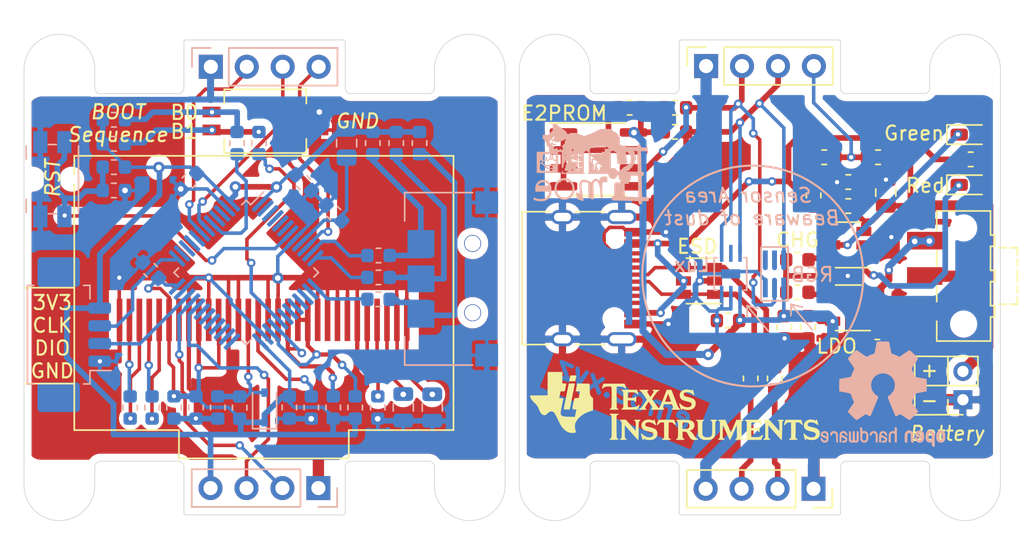
<source format=kicad_pcb>
(kicad_pcb (version 20171130) (host pcbnew "(5.1.5)-2")
  (layers (0 F.Cu signal) (31 B.Cu signal) (34 B.Paste user) (35 F.Paste user) (36 B.SilkS user) (37 F.SilkS user) (38 B.Mask user) (39 F.Mask user) (44 Edge.Cuts user))
  (net 0 "")
  (net 1 GND)
  (net 2 VCC)
  (net 3 VAA)
  (net 4 "Net-(C9-Pad1)")
  (net 5 VBUS)
  (net 6 /VBAT_ADC)
  (net 7 /NRST)
  (net 8 "Net-(C17-Pad2)")
  (net 9 "Net-(C18-Pad2)")
  (net 10 "Net-(C18-Pad1)")
  (net 11 "Net-(C19-Pad2)")
  (net 12 "Net-(C19-Pad1)")
  (net 13 "Net-(C20-Pad1)")
  (net 14 "Net-(C21-Pad1)")
  (net 15 "Net-(C22-Pad1)")
  (net 16 "Net-(D2-Pad2)")
  (net 17 "Net-(D2-Pad1)")
  (net 18 "Net-(D3-Pad1)")
  (net 19 /A7)
  (net 20 /A6)
  (net 21 /USB_DM)
  (net 22 /USB_DP)
  (net 23 "Net-(R15-Pad2)")
  (net 24 "Net-(R14-Pad2)")
  (net 25 "Net-(R7-Pad2)")
  (net 26 "Net-(R18-Pad2)")
  (net 27 "Net-(R24-Pad2)")
  (net 28 /I2C2_SDA)
  (net 29 /I2C2_SCL)
  (net 30 /BOOT0)
  (net 31 /BOOT1)
  (net 32 "Net-(R17-Pad1)")
  (net 33 /KEY3)
  (net 34 /I2C1_SCL)
  (net 35 /I2C1_SDA)
  (net 36 "Net-(R21-Pad1)")
  (net 37 "Net-(R23-Pad1)")
  (net 38 /KEY2)
  (net 39 /KEY1)
  (net 40 /SWCLK)
  (net 41 /SWDIO)
  (net 42 "Net-(C7-Pad1)")
  (module Resistor_SMD:R_0603_1608Metric (layer B.Cu) (at 106.35 55.2 180)
    (fp_text reference R16 hide)
    (fp_text value 2.2K)
    (pad 2 smd roundrect (at 0.7875 0 180) (size 0.875 0.95) (layers B.Cu B.Paste B.Mask) (net 7 /NRST))
    (pad 1 smd roundrect (at -0.7875 0 180) (size 0.875 0.95) (layers B.Cu B.Paste B.Mask) (net 2 VCC))
  )
  (module Capacitor_SMD:C_0805_2012Metric (layer B.Cu) (at 126.8 72.1875 270)
    (fp_text reference C20 hide)
    (fp_text value 4.7uF)
    (pad 2 smd roundrect (at 0.9375 0 270) (size 0.975 1.4) (layers B.Cu B.Paste B.Mask) (net 1 GND))
    (pad 1 smd roundrect (at -0.9375 0 270) (size 0.975 1.4) (layers B.Cu B.Paste B.Mask) (net 13 "Net-(C20-Pad1)"))
  )
  (module Resistor_SMD:R_0603_1608Metric (layer B.Cu) (at 115.2398 72.2122 270)
    (fp_text reference R22 hide)
    (fp_text value 4.7k)
    (pad 2 smd roundrect (at 0.7875 0 270) (size 0.875 0.95) (layers B.Cu B.Paste B.Mask) (net 2 VCC))
    (pad 1 smd roundrect (at -0.7875 0 270) (size 0.875 0.95) (layers B.Cu B.Paste B.Mask) (net 8 "Net-(C17-Pad2)"))
  )
  (module Resistor_SMD:R_0603_1608Metric (layer B.Cu) (at 123.4 72.2 90)
    (fp_text reference R20 hide)
    (fp_text value 4.7k)
    (pad 2 smd roundrect (at 0.7875 0 90) (size 0.875 0.95) (layers B.Cu B.Paste B.Mask) (net 28 /I2C2_SDA))
    (pad 1 smd roundrect (at -0.7875 0 90) (size 0.875 0.95) (layers B.Cu B.Paste B.Mask) (net 2 VCC))
  )
  (module Capacitor_SMD:C_0603_1608Metric (layer B.Cu) (at 111.65 56.2 225)
    (fp_text reference C23 hide)
    (fp_text value 104)
    (pad 2 smd roundrect (at 0.7875 0 225) (size 0.875 0.95) (layers B.Cu B.Paste B.Mask) (net 1 GND))
    (pad 1 smd roundrect (at -0.7875 0 225) (size 0.875 0.95) (layers B.Cu B.Paste B.Mask) (net 2 VCC))
  )
  (module Resistor_SMD:R_0603_1608Metric (layer B.Cu) (at 125.05 63)
    (fp_text reference R24 hide)
    (fp_text value 4.7k)
    (pad 2 smd roundrect (at 0.7875 0) (size 0.875 0.95) (layers B.Cu B.Paste B.Mask) (net 27 "Net-(R24-Pad2)"))
    (pad 1 smd roundrect (at -0.7875 0) (size 0.875 0.95) (layers B.Cu B.Paste B.Mask) (net 38 /KEY2))
  )
  (module Resistor_SMD:R_0603_1608Metric (layer B.Cu) (at 116.6 53.5 90)
    (fp_text reference R15 hide)
    (fp_text value 10k)
    (pad 2 smd roundrect (at 0.7875 0 90) (size 0.875 0.95) (layers B.Cu B.Paste B.Mask) (net 23 "Net-(R15-Pad2)"))
    (pad 1 smd roundrect (at -0.7875 0 90) (size 0.875 0.95) (layers B.Cu B.Paste B.Mask) (net 31 /BOOT1))
  )
  (module Connector_PinHeader_2.54mm:PinHeader_1x04_P2.54mm_Vertical (layer B.Cu) (at 113.2 48.1 270)
    (fp_text reference Sensor_Conn1 hide)
    (fp_text value Conn_01x04)
    (pad 4 thru_hole oval (at 0 -7.62 270) (size 1.7 1.7) (drill 1) (layers *.Cu *.Mask) (net 6 /VBAT_ADC))
    (pad 3 thru_hole oval (at 0 -5.08 270) (size 1.7 1.7) (drill 1) (layers *.Cu *.Mask) (net 35 /I2C1_SDA))
    (pad 2 thru_hole oval (at 0 -2.54 270) (size 1.7 1.7) (drill 1) (layers *.Cu *.Mask) (net 34 /I2C1_SCL))
    (pad 1 thru_hole rect (at 0 0 270) (size 1.7 1.7) (drill 1) (layers *.Cu *.Mask) (net 1 GND))
  )
  (module Button_Switch_SMD:SW_DIP_SPSTx02_Slide_Yourcee_W5.40mm_P1.27mm (layer F.Cu) (at 113.25 51.3)
    (fp_text reference SW6 hide)
    (fp_text value BOOTS)
    (pad 3 smd rect (at 7.62 1.27) (size 1.27 0.76) (layers F.Cu F.Paste F.Mask) (net 1 GND))
    (pad 2 smd rect (at 0 1.27) (size 1.27 0.76) (layers F.Cu F.Paste F.Mask) (net 23 "Net-(R15-Pad2)"))
    (pad 4 smd rect (at 7.62 0) (size 1.27 0.76) (layers F.Cu F.Paste F.Mask) (net 1 GND))
    (pad 1 smd rect (at 0 0) (size 1.27 0.76) (layers F.Cu F.Paste F.Mask) (net 24 "Net-(R14-Pad2)"))
  )
  (module Button_Switch_SMD:FT-011 (layer B.Cu) (at 132.7 68.5 90)
    (fp_text reference U2 hide)
    (fp_text value FT-011)
    (pad "" np_thru_hole circle (at 7.9 -1 90) (size 1.2 1.2) (drill 1.1) (layers *.Cu *.Mask))
    (pad "" np_thru_hole circle (at 3 -1 90) (size 1.2 1.2) (drill 1.1) (layers *.Cu *.Mask))
    (pad 4 smd rect (at 7.9 -4.65 90) (size 1.9 1.9) (layers B.Cu B.Paste B.Mask Eco2.User) (net 32 "Net-(R17-Pad1)"))
    (pad 3 smd rect (at 5.4 -4.65 90) (size 1.9 1.9) (layers B.Cu B.Paste B.Mask Eco2.User) (net 27 "Net-(R24-Pad2)"))
    (pad 2 smd rect (at 2.9 -4.65 90) (size 1.9 1.9) (layers B.Cu B.Paste B.Mask Eco2.User) (net 26 "Net-(R18-Pad2)"))
    (pad 5 smd rect (at 10.8 0 90) (size 1.6 1.6) (layers B.Cu B.Paste B.Mask) (net 1 GND))
    (pad 1 smd rect (at 0 0 90) (size 1.6 1.6) (layers B.Cu B.Paste B.Mask) (net 1 GND))
  )
  (module Resistor_SMD:R_0603_1608Metric (layer B.Cu) (at 121.85 72.2 90)
    (fp_text reference R19 hide)
    (fp_text value 4.7k)
    (pad 2 smd roundrect (at 0.7875 0 90) (size 0.875 0.95) (layers B.Cu B.Paste B.Mask) (net 29 /I2C2_SCL))
    (pad 1 smd roundrect (at -0.7875 0 90) (size 0.875 0.95) (layers B.Cu B.Paste B.Mask) (net 2 VCC))
  )
  (module Resistor_SMD:R_0603_1608Metric (layer B.Cu) (at 125.05 64.55)
    (fp_text reference R18 hide)
    (fp_text value 4.7k)
    (pad 2 smd roundrect (at 0.7875 0) (size 0.875 0.95) (layers B.Cu B.Paste B.Mask) (net 26 "Net-(R18-Pad2)"))
    (pad 1 smd roundrect (at -0.7875 0) (size 0.875 0.95) (layers B.Cu B.Paste B.Mask) (net 39 /KEY1))
  )
  (module Resistor_SMD:R_0603_1608Metric (layer B.Cu) (at 124.65 53.5 90)
    (fp_text reference R17 hide)
    (fp_text value 4.7k)
    (pad 2 smd roundrect (at 0.7875 0 90) (size 0.875 0.95) (layers B.Cu B.Paste B.Mask) (net 2 VCC))
    (pad 1 smd roundrect (at -0.7875 0 90) (size 0.875 0.95) (layers B.Cu B.Paste B.Mask) (net 32 "Net-(R17-Pad1)"))
  )
  (module Resistor_SMD:R_0603_1608Metric (layer B.Cu) (at 125 72.2 270)
    (fp_text reference R23 hide)
    (fp_text value 910k)
    (pad 2 smd roundrect (at 0.7875 0 270) (size 0.875 0.95) (layers B.Cu B.Paste B.Mask) (net 1 GND))
    (pad 1 smd roundrect (at -0.7875 0 270) (size 0.875 0.95) (layers B.Cu B.Paste B.Mask) (net 37 "Net-(R23-Pad1)"))
  )
  (module Resistor_SMD:R_0603_1608Metric (layer B.Cu) (at 115.05 53.5 90)
    (fp_text reference R14 hide)
    (fp_text value 10k)
    (pad 2 smd roundrect (at 0.7875 0 90) (size 0.875 0.95) (layers B.Cu B.Paste B.Mask) (net 24 "Net-(R14-Pad2)"))
    (pad 1 smd roundrect (at -0.7875 0 90) (size 0.875 0.95) (layers B.Cu B.Paste B.Mask) (net 30 /BOOT0))
  )
  (module Resistor_SMD:R_0603_1608Metric (layer B.Cu) (at 125.05 61.45)
    (fp_text reference R25 hide)
    (fp_text value 4.7k)
    (pad 2 smd roundrect (at 0.7875 0) (size 0.875 0.95) (layers B.Cu B.Paste B.Mask) (net 32 "Net-(R17-Pad1)"))
    (pad 1 smd roundrect (at -0.7875 0) (size 0.875 0.95) (layers B.Cu B.Paste B.Mask) (net 33 /KEY3))
  )
  (module Button_Switch_SMD:Panasonic_EVQPUL_EVQPUC (layer B.Cu) (at 102 56.05 270)
    (fp_text reference SW5 hide)
    (fp_text value KEY_RST)
    (pad "" np_thru_hole circle (at 0 1.375 90) (size 0.75 0.75) (drill 0.75) (layers *.Cu *.Mask))
    (pad "" np_thru_hole circle (at 0 -1.375 90) (size 0.75 0.75) (drill 0.75) (layers *.Cu *.Mask))
    (pad 1 smd rect (at 2.625 0.85 90) (size 1.55 1) (layers B.Cu B.Paste B.Mask) (net 1 GND))
    (pad 1 smd rect (at -2.625 0.85 90) (size 1.55 1) (layers B.Cu B.Paste B.Mask) (net 1 GND))
    (pad 2 smd rect (at -2.625 -0.85 90) (size 1.55 1) (layers B.Cu B.Paste B.Mask) (net 7 /NRST))
    (pad 2 smd rect (at 2.625 -0.85 90) (size 1.55 1) (layers B.Cu B.Paste B.Mask) (net 7 /NRST))
  )
  (module Resistor_SMD:R_0603_1608Metric (layer B.Cu) (at 120.3 72.2 270)
    (fp_text reference R21 hide)
    (fp_text value 4.7k)
    (pad 2 smd roundrect (at 0.7875 0 270) (size 0.875 0.95) (layers B.Cu B.Paste B.Mask) (net 1 GND))
    (pad 1 smd roundrect (at -0.7875 0 270) (size 0.875 0.95) (layers B.Cu B.Paste B.Mask) (net 36 "Net-(R21-Pad1)"))
  )
  (module Capacitor_SMD:C_0603_1608Metric (layer B.Cu) (at 113.6904 72.2 90)
    (fp_text reference C17 hide)
    (fp_text value 1uF)
    (pad 2 smd roundrect (at 0.7875 0 90) (size 0.875 0.95) (layers B.Cu B.Paste B.Mask) (net 8 "Net-(C17-Pad2)"))
    (pad 1 smd roundrect (at -0.7875 0 90) (size 0.875 0.95) (layers B.Cu B.Paste B.Mask) (net 1 GND))
  )
  (module Capacitor_SMD:C_0603_1608Metric (layer B.Cu) (at 107.5 72.2 270)
    (fp_text reference C18 hide)
    (fp_text value 1uF)
    (pad 2 smd roundrect (at 0.7875 0 270) (size 0.875 0.95) (layers B.Cu B.Paste B.Mask) (net 9 "Net-(C18-Pad2)"))
    (pad 1 smd roundrect (at -0.7875 0 270) (size 0.875 0.95) (layers B.Cu B.Paste B.Mask) (net 10 "Net-(C18-Pad1)"))
  )
  (module Capacitor_SMD:C_0603_1608Metric (layer B.Cu) (at 112.15 72.2 90)
    (fp_text reference C24 hide)
    (fp_text value 1uF)
    (pad 2 smd roundrect (at 0.7875 0 90) (size 0.875 0.95) (layers B.Cu B.Paste B.Mask) (net 2 VCC))
    (pad 1 smd roundrect (at -0.7875 0 90) (size 0.875 0.95) (layers B.Cu B.Paste B.Mask) (net 1 GND))
  )
  (module MountingHole:MountingHole_2.2mm_M2 (layer F.Cu) (at 102.5 48.3)
    (fp_text reference H1 hide)
    (fp_text value MH)
    (pad 1 np_thru_hole circle (at 0 0) (size 2.2 2.2) (drill 2.2) (layers *.Cu *.Mask))
  )
  (module Diode_SMD:D_SOD-323 (layer B.Cu) (at 117 72.2 90)
    (fp_text reference D4 hide)
    (fp_text value 1N4148W)
    (pad 2 smd rect (at 1.05 0 90) (size 0.6 0.45) (layers B.Cu B.Paste B.Mask) (net 8 "Net-(C17-Pad2)"))
    (pad 1 smd rect (at -1.05 0 90) (size 0.6 0.45) (layers B.Cu B.Paste B.Mask) (net 2 VCC))
  )
  (module Capacitor_SMD:C_0603_1608Metric (layer B.Cu) (at 121.9 58.45 135)
    (fp_text reference C22 hide)
    (fp_text value 104)
    (pad 2 smd roundrect (at 0.7875 0 135) (size 0.875 0.95) (layers B.Cu B.Paste B.Mask) (net 1 GND))
    (pad 1 smd roundrect (at -0.7875 0 135) (size 0.875 0.95) (layers B.Cu B.Paste B.Mask) (net 15 "Net-(C22-Pad1)"))
  )
  (module Capacitor_SMD:C_0603_1608Metric (layer B.Cu) (at 108.95 62.5 135)
    (fp_text reference C28 hide)
    (fp_text value 104)
    (pad 2 smd roundrect (at 0.7875 0 135) (size 0.875 0.95) (layers B.Cu B.Paste B.Mask) (net 1 GND))
    (pad 1 smd roundrect (at -0.7875 0 135) (size 0.875 0.95) (layers B.Cu B.Paste B.Mask) (net 2 VCC))
  )
  (module Capacitor_SMD:C_0603_1608Metric (layer B.Cu) (at 119.75 56.3 315)
    (fp_text reference C27 hide)
    (fp_text value 104)
    (pad 2 smd roundrect (at 0.7875 0 315) (size 0.875 0.95) (layers B.Cu B.Paste B.Mask) (net 1 GND))
    (pad 1 smd roundrect (at -0.7875 0 315) (size 0.875 0.95) (layers B.Cu B.Paste B.Mask) (net 2 VCC))
  )
  (module Capacitor_SMD:C_0603_1608Metric (layer B.Cu) (at 109.05 72.2 90)
    (fp_text reference C19 hide)
    (fp_text value 1uF)
    (pad 2 smd roundrect (at 0.7875 0 90) (size 0.875 0.95) (layers B.Cu B.Paste B.Mask) (net 11 "Net-(C19-Pad2)"))
    (pad 1 smd roundrect (at -0.7875 0 90) (size 0.875 0.95) (layers B.Cu B.Paste B.Mask) (net 12 "Net-(C19-Pad1)"))
  )
  (module Capacitor_SMD:C_0603_1608Metric (layer B.Cu) (at 110.6 72.2 90)
    (fp_text reference C26 hide)
    (fp_text value 1uF)
    (pad 2 smd roundrect (at 0.7875 0 90) (size 0.875 0.95) (layers B.Cu B.Paste B.Mask) (net 2 VCC))
    (pad 1 smd roundrect (at -0.7875 0 90) (size 0.875 0.95) (layers B.Cu B.Paste B.Mask) (net 1 GND))
  )
  (module Capacitor_SMD:C_0603_1608Metric (layer B.Cu) (at 106.35 56.85)
    (fp_text reference C16 hide)
    (fp_text value 104)
    (pad 2 smd roundrect (at 0.7875 0) (size 0.875 0.95) (layers B.Cu B.Paste B.Mask) (net 1 GND))
    (pad 1 smd roundrect (at -0.7875 0) (size 0.875 0.95) (layers B.Cu B.Paste B.Mask) (net 7 /NRST))
  )
  (module Capacitor_SMD:C_0603_1608Metric (layer B.Cu) (at 118.75 72.2 270)
    (fp_text reference C25 hide)
    (fp_text value 104)
    (pad 2 smd roundrect (at 0.7875 0 270) (size 0.875 0.95) (layers B.Cu B.Paste B.Mask) (net 1 GND))
    (pad 1 smd roundrect (at -0.7875 0 270) (size 0.875 0.95) (layers B.Cu B.Paste B.Mask) (net 2 VCC))
  )
  (module Capacitor_SMD:C_0805_2012Metric (layer B.Cu) (at 128.85 72.2 270)
    (fp_text reference C21 hide)
    (fp_text value 2.2uF)
    (pad 2 smd roundrect (at 0.9375 0 270) (size 0.975 1.4) (layers B.Cu B.Paste B.Mask) (net 1 GND))
    (pad 1 smd roundrect (at -0.9375 0 270) (size 0.975 1.4) (layers B.Cu B.Paste B.Mask) (net 14 "Net-(C21-Pad1)"))
  )
  (module Resistor_SMD:R_0603_1608Metric (layer B.Cu) (at 126.3 53.5 90)
    (fp_text reference R9 hide)
    (fp_text value 4.7k)
    (pad 2 smd roundrect (at 0.7875 0 90) (size 0.875 0.95) (layers B.Cu B.Paste B.Mask) (net 2 VCC))
    (pad 1 smd roundrect (at -0.7875 0 90) (size 0.875 0.95) (layers B.Cu B.Paste B.Mask) (net 27 "Net-(R24-Pad2)"))
  )
  (module Inductor_SMD:L_0805_2012Metric_Pad1.15x1.40mm_HandSolder (layer B.Cu) (at 122.8 53.5 90)
    (fp_text reference L2 hide)
    (fp_text value 10uH)
    (pad 2 smd roundrect (at 1.025 0 90) (size 1.15 1.4) (layers B.Cu B.Paste B.Mask) (roundrect_rratio 0.217391) (net 2 VCC))
    (pad 1 smd roundrect (at -1.025 0 90) (size 1.15 1.4) (layers B.Cu B.Paste B.Mask) (roundrect_rratio 0.217391) (net 15 "Net-(C22-Pad1)"))
  )
  (module Resistor_SMD:R_0603_1608Metric (layer B.Cu) (at 106.35 53.55 180)
    (fp_text reference R3 hide)
    (fp_text value 100k)
    (pad 2 smd roundrect (at 0.7875 0 180) (size 0.875 0.95) (layers B.Cu B.Paste B.Mask) (net 2 VCC))
    (pad 1 smd roundrect (at -0.7875 0 180) (size 0.875 0.95) (layers B.Cu B.Paste B.Mask) (net 23 "Net-(R15-Pad2)"))
  )
  (module Connector_Molex:Molex_PicoBlade_53261-0471_1x04-1MP_P1.25mm_Horizontal (layer B.Cu) (at 102.95 67.05 90)
    (fp_text reference ST-LINK1 hide)
    (fp_text value Conn_01x04)
    (pad MP smd roundrect (at 4.425 -0.5 90) (size 2.1 3) (layers B.Cu B.Paste B.Mask) (roundrect_rratio 0.119048))
    (pad MP smd roundrect (at -4.425 -0.5 90) (size 2.1 3) (layers B.Cu B.Paste B.Mask) (roundrect_rratio 0.119048))
    (pad 4 smd roundrect (at 1.875 2.4 90) (size 0.8 1.6) (layers B.Cu B.Paste B.Mask) (net 2 VCC))
    (pad 3 smd roundrect (at 0.625 2.4 90) (size 0.8 1.6) (layers B.Cu B.Paste B.Mask) (net 40 /SWCLK))
    (pad 2 smd roundrect (at -0.625 2.4 90) (size 0.8 1.6) (layers B.Cu B.Paste B.Mask) (net 41 /SWDIO))
    (pad 1 smd roundrect (at -1.875 2.4 90) (size 0.8 1.6) (layers B.Cu B.Paste B.Mask) (net 1 GND))
  )
  (module Package_QFP:LQFP-48_7x7mm_P0.5mm (layer B.Cu) (at 115.7 62.65 225)
    (fp_text reference U7 hide)
    (fp_text value STM32F072CBTx)
    (pad 48 smd roundrect (at -2.75 4.1625 225) (size 0.3 1.475) (layers B.Cu B.Paste B.Mask) (net 2 VCC))
    (pad 47 smd roundrect (at -2.25 4.1625 225) (size 0.3 1.475) (layers B.Cu B.Paste B.Mask) (net 1 GND))
    (pad 46 smd roundrect (at -1.75 4.1625 225) (size 0.3 1.475) (layers B.Cu B.Paste B.Mask))
    (pad 45 smd roundrect (at -1.25 4.1625 225) (size 0.3 1.475) (layers B.Cu B.Paste B.Mask))
    (pad 44 smd roundrect (at -0.75 4.1625 225) (size 0.3 1.475) (layers B.Cu B.Paste B.Mask) (net 30 /BOOT0))
    (pad 43 smd roundrect (at -0.25 4.1625 225) (size 0.3 1.475) (layers B.Cu B.Paste B.Mask) (net 35 /I2C1_SDA))
    (pad 42 smd roundrect (at 0.25 4.1625 225) (size 0.3 1.475) (layers B.Cu B.Paste B.Mask) (net 34 /I2C1_SCL))
    (pad 41 smd roundrect (at 0.75 4.1625 225) (size 0.3 1.475) (layers B.Cu B.Paste B.Mask))
    (pad 40 smd roundrect (at 1.25 4.1625 225) (size 0.3 1.475) (layers B.Cu B.Paste B.Mask))
    (pad 39 smd roundrect (at 1.75 4.1625 225) (size 0.3 1.475) (layers B.Cu B.Paste B.Mask))
    (pad 38 smd roundrect (at 2.25 4.1625 225) (size 0.3 1.475) (layers B.Cu B.Paste B.Mask))
    (pad 37 smd roundrect (at 2.75 4.1625 225) (size 0.3 1.475) (layers B.Cu B.Paste B.Mask) (net 40 /SWCLK))
    (pad 36 smd roundrect (at 4.1625 2.75 225) (size 1.475 0.3) (layers B.Cu B.Paste B.Mask) (net 2 VCC))
    (pad 35 smd roundrect (at 4.1625 2.25 225) (size 1.475 0.3) (layers B.Cu B.Paste B.Mask) (net 1 GND))
    (pad 34 smd roundrect (at 4.1625 1.75 225) (size 1.475 0.3) (layers B.Cu B.Paste B.Mask) (net 41 /SWDIO))
    (pad 33 smd roundrect (at 4.1625 1.25 225) (size 1.475 0.3) (layers B.Cu B.Paste B.Mask) (net 22 /USB_DP))
    (pad 32 smd roundrect (at 4.1625 0.75 225) (size 1.475 0.3) (layers B.Cu B.Paste B.Mask) (net 21 /USB_DM))
    (pad 31 smd roundrect (at 4.1625 0.25 225) (size 1.475 0.3) (layers B.Cu B.Paste B.Mask))
    (pad 30 smd roundrect (at 4.1625 -0.25 225) (size 1.475 0.3) (layers B.Cu B.Paste B.Mask))
    (pad 29 smd roundrect (at 4.1625 -0.75 225) (size 1.475 0.3) (layers B.Cu B.Paste B.Mask))
    (pad 28 smd roundrect (at 4.1625 -1.25 225) (size 1.475 0.3) (layers B.Cu B.Paste B.Mask))
    (pad 27 smd roundrect (at 4.1625 -1.75 225) (size 1.475 0.3) (layers B.Cu B.Paste B.Mask))
    (pad 26 smd roundrect (at 4.1625 -2.25 225) (size 1.475 0.3) (layers B.Cu B.Paste B.Mask))
    (pad 25 smd roundrect (at 4.1625 -2.75 225) (size 1.475 0.3) (layers B.Cu B.Paste B.Mask))
    (pad 24 smd roundrect (at 2.75 -4.1625 225) (size 0.3 1.475) (layers B.Cu B.Paste B.Mask) (net 2 VCC))
    (pad 23 smd roundrect (at 2.25 -4.1625 225) (size 0.3 1.475) (layers B.Cu B.Paste B.Mask) (net 1 GND))
    (pad 22 smd roundrect (at 1.75 -4.1625 225) (size 0.3 1.475) (layers B.Cu B.Paste B.Mask) (net 28 /I2C2_SDA))
    (pad 21 smd roundrect (at 1.25 -4.1625 225) (size 0.3 1.475) (layers B.Cu B.Paste B.Mask) (net 29 /I2C2_SCL))
    (pad 20 smd roundrect (at 0.75 -4.1625 225) (size 0.3 1.475) (layers B.Cu B.Paste B.Mask) (net 31 /BOOT1))
    (pad 19 smd roundrect (at 0.25 -4.1625 225) (size 0.3 1.475) (layers B.Cu B.Paste B.Mask))
    (pad 18 smd roundrect (at -0.25 -4.1625 225) (size 0.3 1.475) (layers B.Cu B.Paste B.Mask))
    (pad 17 smd roundrect (at -0.75 -4.1625 225) (size 0.3 1.475) (layers B.Cu B.Paste B.Mask))
    (pad 16 smd roundrect (at -1.25 -4.1625 225) (size 0.3 1.475) (layers B.Cu B.Paste B.Mask))
    (pad 15 smd roundrect (at -1.75 -4.1625 225) (size 0.3 1.475) (layers B.Cu B.Paste B.Mask))
    (pad 14 smd roundrect (at -2.25 -4.1625 225) (size 0.3 1.475) (layers B.Cu B.Paste B.Mask))
    (pad 13 smd roundrect (at -2.75 -4.1625 225) (size 0.3 1.475) (layers B.Cu B.Paste B.Mask) (net 39 /KEY1))
    (pad 12 smd roundrect (at -4.1625 -2.75 225) (size 1.475 0.3) (layers B.Cu B.Paste B.Mask) (net 38 /KEY2))
    (pad 11 smd roundrect (at -4.1625 -2.25 225) (size 1.475 0.3) (layers B.Cu B.Paste B.Mask) (net 33 /KEY3))
    (pad 10 smd roundrect (at -4.1625 -1.75 225) (size 1.475 0.3) (layers B.Cu B.Paste B.Mask) (net 6 /VBAT_ADC))
    (pad 9 smd roundrect (at -4.1625 -1.25 225) (size 1.475 0.3) (layers B.Cu B.Paste B.Mask) (net 15 "Net-(C22-Pad1)"))
    (pad 8 smd roundrect (at -4.1625 -0.75 225) (size 1.475 0.3) (layers B.Cu B.Paste B.Mask) (net 1 GND))
    (pad 7 smd roundrect (at -4.1625 -0.25 225) (size 1.475 0.3) (layers B.Cu B.Paste B.Mask) (net 7 /NRST))
    (pad 6 smd roundrect (at -4.1625 0.25 225) (size 1.475 0.3) (layers B.Cu B.Paste B.Mask))
    (pad 5 smd roundrect (at -4.1625 0.75 225) (size 1.475 0.3) (layers B.Cu B.Paste B.Mask))
    (pad 4 smd roundrect (at -4.1625 1.25 225) (size 1.475 0.3) (layers B.Cu B.Paste B.Mask))
    (pad 3 smd roundrect (at -4.1625 1.75 225) (size 1.475 0.3) (layers B.Cu B.Paste B.Mask))
    (pad 2 smd roundrect (at -4.1625 2.25 225) (size 1.475 0.3) (layers B.Cu B.Paste B.Mask))
    (pad 1 smd roundrect (at -4.1625 2.75 225) (size 1.475 0.3) (layers B.Cu B.Paste B.Mask) (net 2 VCC))
  )
  (module MountingHole:MountingHole_2.2mm_M2 (layer F.Cu) (at 102.5 77.7)
    (fp_text reference H4 hide)
    (fp_text value MH)
    (pad 1 np_thru_hole circle (at 0 0) (size 2.2 2.2) (drill 2.2) (layers *.Cu *.Mask))
  )
  (module Connector_PinHeader_2.54mm:PinHeader_1x04_P2.54mm_Vertical (layer B.Cu) (at 120.8 77.9 90)
    (fp_text reference USB_Conn1 hide)
    (fp_text value Conn_01x04)
    (pad 4 thru_hole oval (at 0 -7.62 90) (size 1.7 1.7) (drill 1) (layers *.Cu *.Mask) (net 2 VCC))
    (pad 3 thru_hole oval (at 0 -5.08 90) (size 1.7 1.7) (drill 1) (layers *.Cu *.Mask) (net 21 /USB_DM))
    (pad 2 thru_hole oval (at 0 -2.54 90) (size 1.7 1.7) (drill 1) (layers *.Cu *.Mask) (net 22 /USB_DP))
    (pad 1 thru_hole rect (at 0 0 90) (size 1.7 1.7) (drill 1) (layers *.Cu *.Mask) (net 1 GND))
  )
  (module MountingHole:MountingHole_2.2mm_M2 (layer F.Cu) (at 131.5 77.7)
    (fp_text reference H3 hide)
    (fp_text value MH)
    (pad 1 np_thru_hole circle (at 0 0) (size 2.2 2.2) (drill 2.2) (layers *.Cu *.Mask))
  )
  (module Resistor_SMD:R_0603_1608Metric (layer B.Cu) (at 106.35 51.85 180)
    (fp_text reference R4 hide)
    (fp_text value 100k)
    (pad 2 smd roundrect (at 0.7875 0 180) (size 0.875 0.95) (layers B.Cu B.Paste B.Mask) (net 2 VCC))
    (pad 1 smd roundrect (at -0.7875 0 180) (size 0.875 0.95) (layers B.Cu B.Paste B.Mask) (net 24 "Net-(R14-Pad2)"))
  )
  (module Resistor_SMD:R_0603_1608Metric (layer B.Cu) (at 127.95 53.5 90)
    (fp_text reference R8 hide)
    (fp_text value 4.7k)
    (pad 2 smd roundrect (at 0.7875 0 90) (size 0.875 0.95) (layers B.Cu B.Paste B.Mask) (net 2 VCC))
    (pad 1 smd roundrect (at -0.7875 0 90) (size 0.875 0.95) (layers B.Cu B.Paste B.Mask) (net 26 "Net-(R18-Pad2)"))
  )
  (module MountingHole:MountingHole_2.2mm_M2 (layer F.Cu) (at 131.5 48.3)
    (fp_text reference H2 hide)
    (fp_text value MH)
    (pad 1 np_thru_hole circle (at 0 0) (size 2.2 2.2) (drill 2.2) (layers *.Cu *.Mask))
  )
  (module Display_SMD:SSD1306-12864_Alter (layer F.Cu) (at 103.55 73.8)
    (fp_text reference U8 hide)
    (fp_text value SSD1306)
    (pad 30 smd rect (at 23.5 -7.8) (size 0.4 3) (layers F.Cu F.Paste F.Mask) (net 1 GND))
    (pad 29 smd rect (at 22.8 -7.8) (size 0.4 3) (layers F.Cu F.Paste F.Mask) (net 1 GND))
    (pad 28 smd rect (at 22.1 -7.8) (size 0.4 3) (layers F.Cu F.Paste F.Mask) (net 14 "Net-(C21-Pad1)"))
    (pad 27 smd rect (at 21.4 -7.8) (size 0.4 3) (layers F.Cu F.Paste F.Mask) (net 13 "Net-(C20-Pad1)"))
    (pad 26 smd rect (at 20.7 -7.8) (size 0.4 3) (layers F.Cu F.Paste F.Mask) (net 37 "Net-(R23-Pad1)"))
    (pad 25 smd rect (at 20 -7.8) (size 0.4 3) (layers F.Cu F.Paste F.Mask) (net 1 GND))
    (pad 24 smd rect (at 19.3 -7.8) (size 0.4 3) (layers F.Cu F.Paste F.Mask) (net 1 GND))
    (pad 23 smd rect (at 18.6 -7.8) (size 0.4 3) (layers F.Cu F.Paste F.Mask) (net 1 GND))
    (pad 22 smd rect (at 17.9 -7.8) (size 0.4 3) (layers F.Cu F.Paste F.Mask) (net 1 GND))
    (pad 21 smd rect (at 17.2 -7.8) (size 0.4 3) (layers F.Cu F.Paste F.Mask) (net 1 GND))
    (pad 20 smd rect (at 16.5 -7.8) (size 0.4 3) (layers F.Cu F.Paste F.Mask) (net 28 /I2C2_SDA))
    (pad 19 smd rect (at 15.8 -7.8) (size 0.4 3) (layers F.Cu F.Paste F.Mask) (net 28 /I2C2_SDA))
    (pad 18 smd rect (at 15.1 -7.8) (size 0.4 3) (layers F.Cu F.Paste F.Mask) (net 29 /I2C2_SCL))
    (pad 17 smd rect (at 14.4 -7.8) (size 0.4 3) (layers F.Cu F.Paste F.Mask) (net 1 GND))
    (pad 16 smd rect (at 13.7 -7.8) (size 0.4 3) (layers F.Cu F.Paste F.Mask) (net 1 GND))
    (pad 15 smd rect (at 13 -7.8) (size 0.4 3) (layers F.Cu F.Paste F.Mask) (net 36 "Net-(R21-Pad1)"))
    (pad 14 smd rect (at 12.3 -7.8) (size 0.4 3) (layers F.Cu F.Paste F.Mask) (net 8 "Net-(C17-Pad2)"))
    (pad 13 smd rect (at 11.6 -7.8) (size 0.4 3) (layers F.Cu F.Paste F.Mask) (net 1 GND))
    (pad 12 smd rect (at 10.9 -7.8) (size 0.4 3) (layers F.Cu F.Paste F.Mask) (net 1 GND))
    (pad 11 smd rect (at 10.2 -7.8) (size 0.4 3) (layers F.Cu F.Paste F.Mask) (net 2 VCC))
    (pad 10 smd rect (at 9.5 -7.8) (size 0.4 3) (layers F.Cu F.Paste F.Mask) (net 1 GND))
    (pad 9 smd rect (at 8.8 -7.8) (size 0.4 3) (layers F.Cu F.Paste F.Mask) (net 2 VCC))
    (pad 8 smd rect (at 8.1 -7.8) (size 0.4 3) (layers F.Cu F.Paste F.Mask) (net 1 GND))
    (pad 7 smd rect (at 7.4 -7.8) (size 0.4 3) (layers F.Cu F.Paste F.Mask))
    (pad 6 smd rect (at 6.7 -7.8) (size 0.4 3) (layers F.Cu F.Paste F.Mask) (net 2 VCC))
    (pad 5 smd rect (at 6 -7.8) (size 0.4 3) (layers F.Cu F.Paste F.Mask) (net 12 "Net-(C19-Pad1)"))
    (pad 4 smd rect (at 5.3 -7.8) (size 0.4 3) (layers F.Cu F.Paste F.Mask) (net 11 "Net-(C19-Pad2)"))
    (pad 3 smd rect (at 4.6 -7.8) (size 0.4 3) (layers F.Cu F.Paste F.Mask) (net 9 "Net-(C18-Pad2)"))
    (pad 2 smd rect (at 3.9 -7.8) (size 0.4 3) (layers F.Cu F.Paste F.Mask) (net 10 "Net-(C18-Pad1)"))
    (pad 1 smd rect (at 3.2 -7.8) (size 0.4 3) (layers F.Cu F.Paste F.Mask) (net 1 GND))
  )
  (module Symbol:OSHW-Logo2_9.8x8mm_SilkScreen (layer B.Cu) (at 160.7 71.25 180)
    (fp_text reference REF** hide)
    (fp_text value OSHW-Logo2_9.8x8mm_SilkScreen hide)
  )
  (module Logo:emoe (layer B.Cu) (at 140.05 55.25 180)
    (fp_text reference G*** hide)
    (fp_text value LOGO hide)
  )
  (module Logo:texas_instruments (layer F.Cu) (at 146 72.1)
    (fp_text reference G*** hide)
    (fp_text value LOGO hide)
  )
  (module Resistor_SMD:R_0603_1608Metric (layer F.Cu) (at 158.25 57.95 180)
    (fp_text reference R6 hide)
    (fp_text value 100k)
    (pad 2 smd roundrect (at 0.7875 0 180) (size 0.875 0.95) (layers F.Cu F.Paste F.Mask) (net 5 VBUS))
    (pad 1 smd roundrect (at -0.7875 0 180) (size 0.875 0.95) (layers F.Cu F.Paste F.Mask) (net 3 VAA))
  )
  (module Resistor_SMD:R_0603_1608Metric (layer F.Cu) (at 154.65 61.75)
    (fp_text reference R7 hide)
    (fp_text value 2k)
    (pad 2 smd roundrect (at 0.7875 0) (size 0.875 0.95) (layers F.Cu F.Paste F.Mask) (net 25 "Net-(R7-Pad2)"))
    (pad 1 smd roundrect (at -0.7875 0) (size 0.875 0.95) (layers F.Cu F.Paste F.Mask) (net 1 GND))
  )
  (module Connector_PinSocket_2.00mm:PinSocket_1x02_P2.00mm_Vertical (layer F.Cu) (at 166.35 71.65 180)
    (fp_text reference J1 hide)
    (fp_text value BAT)
    (pad 2 thru_hole oval (at 0 2 180) (size 1.35 1.35) (drill 0.8) (layers *.Cu *.Mask) (net 3 VAA))
    (pad 1 thru_hole rect (at 0 0 180) (size 1.35 1.35) (drill 0.8) (layers *.Cu *.Mask) (net 1 GND))
  )
  (module Resistor_SMD:R_0603_1608Metric (layer F.Cu) (at 166.9 54.65 180)
    (fp_text reference R5 hide)
    (fp_text value 1k)
    (pad 2 smd roundrect (at 0.7875 0 180) (size 0.875 0.95) (layers F.Cu F.Paste F.Mask) (net 5 VBUS))
    (pad 1 smd roundrect (at -0.7875 0 180) (size 0.875 0.95) (layers F.Cu F.Paste F.Mask) (net 16 "Net-(D2-Pad2)"))
  )
  (module Resistor_SMD:R_0603_1608Metric (layer F.Cu) (at 160.35 54.5)
    (fp_text reference R12 hide)
    (fp_text value 47k)
    (pad 2 smd roundrect (at 0.7875 0) (size 0.875 0.95) (layers F.Cu F.Paste F.Mask) (net 3 VAA))
    (pad 1 smd roundrect (at -0.7875 0) (size 0.875 0.95) (layers F.Cu F.Paste F.Mask) (net 6 /VBAT_ADC))
  )
  (module Resistor_SMD:R_0603_1608Metric (layer F.Cu) (at 151.35 70.15 90)
    (fp_text reference R1 hide)
    (fp_text value 22)
    (pad 2 smd roundrect (at 0.7875 0 90) (size 0.875 0.95) (layers F.Cu F.Paste F.Mask) (net 19 /A7))
    (pad 1 smd roundrect (at -0.7875 0 90) (size 0.875 0.95) (layers F.Cu F.Paste F.Mask) (net 21 /USB_DM))
  )
  (module Connector_USB:USB_C_Receptacle_HRO_TYPE-C-31-M-12 (layer F.Cu) (at 139.1 63.05 270)
    (fp_text reference P1 hide)
    (fp_text value USB_C_Plug_USB2.0)
    (pad B1 smd rect (at 3.25 -4.045 270) (size 0.6 1.45) (layers F.Cu F.Paste F.Mask) (net 1 GND))
    (pad A9 smd rect (at 2.45 -4.045 270) (size 0.6 1.45) (layers F.Cu F.Paste F.Mask) (net 5 VBUS))
    (pad B9 smd rect (at -2.45 -4.045 270) (size 0.6 1.45) (layers F.Cu F.Paste F.Mask) (net 5 VBUS))
    (pad B12 smd rect (at -3.25 -4.045 270) (size 0.6 1.45) (layers F.Cu F.Paste F.Mask) (net 1 GND))
    (pad A1 smd rect (at -3.25 -4.045 270) (size 0.6 1.45) (layers F.Cu F.Paste F.Mask) (net 1 GND))
    (pad A4 smd rect (at -2.45 -4.045 270) (size 0.6 1.45) (layers F.Cu F.Paste F.Mask) (net 5 VBUS))
    (pad B4 smd rect (at 2.45 -4.045 270) (size 0.6 1.45) (layers F.Cu F.Paste F.Mask) (net 5 VBUS))
    (pad A12 smd rect (at 3.25 -4.045 270) (size 0.6 1.45) (layers F.Cu F.Paste F.Mask) (net 1 GND))
    (pad B8 smd rect (at -1.75 -4.045 270) (size 0.3 1.45) (layers F.Cu F.Paste F.Mask))
    (pad A5 smd rect (at -1.25 -4.045 270) (size 0.3 1.45) (layers F.Cu F.Paste F.Mask) (net 1 GND))
    (pad B7 smd rect (at -0.75 -4.045 270) (size 0.3 1.45) (layers F.Cu F.Paste F.Mask))
    (pad A7 smd rect (at 0.25 -4.045 270) (size 0.3 1.45) (layers F.Cu F.Paste F.Mask) (net 19 /A7))
    (pad B6 smd rect (at 0.75 -4.045 270) (size 0.3 1.45) (layers F.Cu F.Paste F.Mask))
    (pad A8 smd rect (at 1.25 -4.045 270) (size 0.3 1.45) (layers F.Cu F.Paste F.Mask))
    (pad B5 smd rect (at 1.75 -4.045 270) (size 0.3 1.45) (layers F.Cu F.Paste F.Mask))
    (pad A6 smd rect (at -0.25 -4.045 270) (size 0.3 1.45) (layers F.Cu F.Paste F.Mask) (net 20 /A6))
    (pad S1 thru_hole oval (at 4.32 -3.13 270) (size 1 2.1) (drill oval 0.6 1.7) (layers *.Cu *.Mask) (net 1 GND))
    (pad S1 thru_hole oval (at -4.32 -3.13 270) (size 1 2.1) (drill oval 0.6 1.7) (layers *.Cu *.Mask) (net 1 GND))
    (pad "" np_thru_hole circle (at -2.89 -2.6 270) (size 0.65 0.65) (drill 0.65) (layers *.Cu *.Mask))
    (pad S1 thru_hole oval (at -4.32 1.05 270) (size 1 1.6) (drill oval 0.6 1.2) (layers *.Cu *.Mask) (net 1 GND))
    (pad "" np_thru_hole circle (at 2.89 -2.6 270) (size 0.65 0.65) (drill 0.65) (layers *.Cu *.Mask))
    (pad S1 thru_hole oval (at 4.32 1.05 270) (size 1 1.6) (drill oval 0.6 1.2) (layers *.Cu *.Mask) (net 1 GND))
  )
  (module Resistor_SMD:R_0603_1608Metric (layer F.Cu) (at 153.05 70.15 90)
    (fp_text reference R2 hide)
    (fp_text value 22)
    (pad 2 smd roundrect (at 0.7875 0 90) (size 0.875 0.95) (layers F.Cu F.Paste F.Mask) (net 20 /A6))
    (pad 1 smd roundrect (at -0.7875 0 90) (size 0.875 0.95) (layers F.Cu F.Paste F.Mask) (net 22 /USB_DP))
  )
  (module Resistor_SMD:R_0603_1608Metric (layer F.Cu) (at 146 52.705 180)
    (fp_text reference R10 hide)
    (fp_text value 10k)
    (pad 2 smd roundrect (at 0.7875 0 180) (size 0.875 0.95) (layers F.Cu F.Paste F.Mask) (net 2 VCC))
    (pad 1 smd roundrect (at -0.7875 0 180) (size 0.875 0.95) (layers F.Cu F.Paste F.Mask) (net 35 /I2C1_SDA))
  )
  (module Resistor_SMD:R_0603_1608Metric (layer F.Cu) (at 146 51 180)
    (fp_text reference R11 hide)
    (fp_text value 10k)
    (pad 2 smd roundrect (at 0.7875 0 180) (size 0.875 0.95) (layers F.Cu F.Paste F.Mask) (net 2 VCC))
    (pad 1 smd roundrect (at -0.7875 0 180) (size 0.875 0.95) (layers F.Cu F.Paste F.Mask) (net 34 /I2C1_SCL))
  )
  (module Sensor:TSL2591_DFN6 (layer B.Cu) (at 153.05 62.75 90)
    (fp_text reference U4 hide)
    (fp_text value TCS34725)
    (pad 1 smd rect (at -0.9636 0.635 90) (size 1.4 0.35) (layers B.Cu B.Paste B.Mask) (net 2 VCC))
    (pad 6 smd custom (at 0.4302 0.635 90) (size 0.35 0.35) (layers B.Cu B.Paste B.Mask) (net 35 /I2C1_SDA) (options (clearance outline) (anchor circle)) (primitives (gr_circle (center 0 0) (end 0.175 0) (width 0)) (gr_poly (pts (xy 0 -0.175) (xy 0 0.175) (xy 1.225 0.175) (xy 1.225 -0.175)) (width 0))))
    (pad 5 smd custom (at 0.4302 -0.015 90) (size 0.35 0.35) (layers B.Cu B.Paste B.Mask) (options (clearance outline) (anchor circle)) (primitives (gr_circle (center 0 0) (end 0.175 0) (width 0)) (gr_poly (pts (xy 0 -0.175) (xy 0 0.175) (xy 1.225 0.175) (xy 1.225 -0.175)) (width 0))))
    (pad 4 smd custom (at 0.4302 -0.665 90) (size 0.35 0.35) (layers B.Cu B.Paste B.Mask) (options (clearance outline) (anchor circle)) (primitives (gr_circle (center 0 0) (end 0.175 0) (width 0)) (gr_poly (pts (xy 0 -0.175) (xy 0 0.175) (xy 1.225 0.175) (xy 1.225 -0.175)) (width 0))))
    (pad 2 smd custom (at -0.4386 -0.015 270) (size 0.35 0.35) (layers B.Cu B.Paste B.Mask) (net 34 /I2C1_SCL) (options (clearance outline) (anchor circle)) (primitives (gr_circle (center 0 0) (end 0.175 0) (width 0)) (gr_poly (pts (xy 0 -0.175) (xy 0 0.175) (xy 1.225 0.175) (xy 1.225 -0.175)) (width 0))))
    (pad 3 smd custom (at -0.4386 -0.665 270) (size 0.35 0.35) (layers B.Cu B.Paste B.Mask) (net 1 GND) (options (clearance outline) (anchor circle)) (primitives (gr_circle (center 0 0) (end 0.175 0) (width 0)) (gr_poly (pts (xy 0 -0.175) (xy 0 0.175) (xy 1.225 0.175) (xy 1.225 -0.175)) (width 0))))
  )
  (module Package_TO_SOT_SMD:SOT-23-6 (layer F.Cu) (at 147.7 63.25 180)
    (fp_text reference U1 hide)
    (fp_text value USBLC6-2SC6)
    (pad 5 smd rect (at 1.1 0 180) (size 1.06 0.65) (layers F.Cu F.Paste F.Mask) (net 5 VBUS))
    (pad 6 smd rect (at 1.1 -0.95 180) (size 1.06 0.65) (layers F.Cu F.Paste F.Mask) (net 19 /A7))
    (pad 4 smd rect (at 1.1 0.95 180) (size 1.06 0.65) (layers F.Cu F.Paste F.Mask) (net 20 /A6))
    (pad 3 smd rect (at -1.1 0.95 180) (size 1.06 0.65) (layers F.Cu F.Paste F.Mask) (net 20 /A6))
    (pad 2 smd rect (at -1.1 0 180) (size 1.06 0.65) (layers F.Cu F.Paste F.Mask) (net 1 GND))
    (pad 1 smd rect (at -1.1 -0.95 180) (size 1.06 0.65) (layers F.Cu F.Paste F.Mask) (net 19 /A7))
  )
  (module MountingHole:MountingHole_2.2mm_M2 (layer F.Cu) (at 166.5 77.7)
    (fp_text reference H7 hide)
    (fp_text value MH)
    (pad 1 np_thru_hole circle (at 0 0) (size 2.2 2.2) (drill 2.2) (layers *.Cu *.Mask))
  )
  (module Package_TO_SOT_SMD:SOT-23-6 (layer F.Cu) (at 158.25 60.7 180)
    (fp_text reference U5 hide)
    (fp_text value TP4057)
    (pad 5 smd rect (at 1.1 0 180) (size 1.06 0.65) (layers F.Cu F.Paste F.Mask) (net 17 "Net-(D2-Pad1)"))
    (pad 6 smd rect (at 1.1 -0.95 180) (size 1.06 0.65) (layers F.Cu F.Paste F.Mask) (net 25 "Net-(R7-Pad2)"))
    (pad 4 smd rect (at 1.1 0.95 180) (size 1.06 0.65) (layers F.Cu F.Paste F.Mask) (net 5 VBUS))
    (pad 3 smd rect (at -1.1 0.95 180) (size 1.06 0.65) (layers F.Cu F.Paste F.Mask) (net 3 VAA))
    (pad 2 smd rect (at -1.1 0 180) (size 1.06 0.65) (layers F.Cu F.Paste F.Mask) (net 1 GND))
    (pad 1 smd rect (at -1.1 -0.95 180) (size 1.06 0.65) (layers F.Cu F.Paste F.Mask) (net 18 "Net-(D3-Pad1)"))
  )
  (module Capacitor_SMD:C_0603_1608Metric (layer F.Cu) (at 153.7208 66.5226 270)
    (fp_text reference C2 hide)
    (fp_text value 104)
    (pad 2 smd roundrect (at 0.7875 0 270) (size 0.875 0.95) (layers F.Cu F.Paste F.Mask) (net 1 GND))
    (pad 1 smd roundrect (at -0.7875 0 270) (size 0.875 0.95) (layers F.Cu F.Paste F.Mask) (net 2 VCC))
  )
  (module Connector_PinSocket_2.54mm:PinSocket_1x04_P2.54mm_Vertical (layer F.Cu) (at 148.2 48.05 90)
    (fp_text reference Sensor_Conn2 hide)
    (fp_text value Conn_01x04)
    (pad 4 thru_hole oval (at 0 7.62 90) (size 1.7 1.7) (drill 1) (layers *.Cu *.Mask) (net 6 /VBAT_ADC))
    (pad 3 thru_hole oval (at 0 5.08 90) (size 1.7 1.7) (drill 1) (layers *.Cu *.Mask) (net 35 /I2C1_SDA))
    (pad 2 thru_hole oval (at 0 2.54 90) (size 1.7 1.7) (drill 1) (layers *.Cu *.Mask) (net 34 /I2C1_SCL))
    (pad 1 thru_hole rect (at 0 0 90) (size 1.7 1.7) (drill 1) (layers *.Cu *.Mask) (net 1 GND))
  )
  (module Package_TO_SOT_SMD:SOT-23-5 (layer F.Cu) (at 158.25 65.15 180)
    (fp_text reference U6 hide)
    (fp_text value RT9193-3.3)
    (pad 5 smd rect (at 1.1 -0.95 180) (size 1.06 0.65) (layers F.Cu F.Paste F.Mask) (net 2 VCC))
    (pad 4 smd rect (at 1.1 0.95 180) (size 1.06 0.65) (layers F.Cu F.Paste F.Mask) (net 4 "Net-(C9-Pad1)"))
    (pad 3 smd rect (at -1.1 0.95 180) (size 1.06 0.65) (layers F.Cu F.Paste F.Mask) (net 42 "Net-(C7-Pad1)"))
    (pad 2 smd rect (at -1.1 0 180) (size 1.06 0.65) (layers F.Cu F.Paste F.Mask) (net 1 GND))
    (pad 1 smd rect (at -1.1 -0.95 180) (size 1.06 0.65) (layers F.Cu F.Paste F.Mask) (net 42 "Net-(C7-Pad1)"))
  )
  (module MountingHole:MountingHole_2.2mm_M2 (layer F.Cu) (at 137.5 77.7)
    (fp_text reference H8 hide)
    (fp_text value MH)
    (pad 1 np_thru_hole circle (at 0 0) (size 2.2 2.2) (drill 2.2) (layers *.Cu *.Mask))
  )
  (module Capacitor_SMD:C_0603_1608Metric (layer F.Cu) (at 149.75 66.05 180)
    (fp_text reference C1 hide)
    (fp_text value 104)
    (pad 2 smd roundrect (at 0.7875 0 180) (size 0.875 0.95) (layers F.Cu F.Paste F.Mask) (net 1 GND))
    (pad 1 smd roundrect (at -0.7875 0 180) (size 0.875 0.95) (layers F.Cu F.Paste F.Mask) (net 2 VCC))
  )
  (module MountingHole:MountingHole_2.2mm_M2 (layer F.Cu) (at 166.5 48.3)
    (fp_text reference H6 hide)
    (fp_text value MH)
    (pad 1 np_thru_hole circle (at 0 0) (size 2.2 2.2) (drill 2.2) (layers *.Cu *.Mask))
  )
  (module MountingHole:MountingHole_2.2mm_M2 (layer F.Cu) (at 137.5 48.3)
    (fp_text reference H5 hide)
    (fp_text value MH)
    (pad 1 np_thru_hole circle (at 0 0) (size 2.2 2.2) (drill 2.2) (layers *.Cu *.Mask))
  )
  (module Connector_PinSocket_2.54mm:PinSocket_1x04_P2.54mm_Vertical (layer F.Cu) (at 155.79 77.95 270)
    (fp_text reference USB_Conn2 hide)
    (fp_text value Conn_01x04)
    (pad 4 thru_hole oval (at 0 7.62 270) (size 1.7 1.7) (drill 1) (layers *.Cu *.Mask) (net 2 VCC))
    (pad 3 thru_hole oval (at 0 5.08 270) (size 1.7 1.7) (drill 1) (layers *.Cu *.Mask) (net 21 /USB_DM))
    (pad 2 thru_hole oval (at 0 2.54 270) (size 1.7 1.7) (drill 1) (layers *.Cu *.Mask) (net 22 /USB_DP))
    (pad 1 thru_hole rect (at 0 0 270) (size 1.7 1.7) (drill 1) (layers *.Cu *.Mask) (net 1 GND))
  )
  (module Package_SON:USON-6 (layer B.Cu) (at 150.6 64.3 90)
    (fp_text reference U9 hide)
    (fp_text value OPT3001)
    (pad 6 smd rect (at 3 0 90) (size 1.2 0.25) (layers B.Cu B.Paste B.Mask) (net 35 /I2C1_SDA))
    (pad 4 smd rect (at 3 -1.3 90) (size 1.2 0.25) (layers B.Cu B.Paste B.Mask) (net 34 /I2C1_SCL))
    (pad 5 smd rect (at 3 -0.65 90) (size 1.2 0.25) (layers B.Cu B.Paste B.Mask))
    (pad 3 smd rect (at 1.55 -0.6604 90) (size 0.65 1.35) (layers B.Cu B.Paste B.Mask) (net 1 GND))
    (pad 3 smd rect (at 0.1 -1.3 90) (size 1.2 0.25) (layers B.Cu B.Paste B.Mask) (net 1 GND))
    (pad 2 smd rect (at 0.1 -0.65 90) (size 1.2 0.25) (layers B.Cu B.Paste B.Mask) (net 1 GND))
    (pad 1 smd rect (at 0.1 0 90) (size 1.2 0.25) (layers B.Cu B.Paste B.Mask) (net 2 VCC))
  )
  (module Resistor_SMD:R_0603_1608Metric (layer F.Cu) (at 156.55 54.5)
    (fp_text reference R13 hide)
    (fp_text value 47k)
    (pad 2 smd roundrect (at 0.7875 0) (size 0.875 0.95) (layers F.Cu F.Paste F.Mask) (net 6 /VBAT_ADC))
    (pad 1 smd roundrect (at -0.7875 0) (size 0.875 0.95) (layers F.Cu F.Paste F.Mask) (net 1 GND))
  )
  (module Package_SO:SOIC-8_3.9x4.9mm_P1.27mm (layer F.Cu) (at 140.6 54.65)
    (fp_text reference U3 hide)
    (fp_text value M24C02-FDW)
    (pad 8 smd roundrect (at 2.475 -1.905) (size 1.95 0.6) (layers F.Cu F.Paste F.Mask) (net 2 VCC))
    (pad 7 smd roundrect (at 2.475 -0.635) (size 1.95 0.6) (layers F.Cu F.Paste F.Mask) (net 1 GND))
    (pad 6 smd roundrect (at 2.475 0.635) (size 1.95 0.6) (layers F.Cu F.Paste F.Mask) (net 34 /I2C1_SCL))
    (pad 5 smd roundrect (at 2.475 1.905) (size 1.95 0.6) (layers F.Cu F.Paste F.Mask) (net 35 /I2C1_SDA))
    (pad 4 smd roundrect (at -2.475 1.905) (size 1.95 0.6) (layers F.Cu F.Paste F.Mask) (net 1 GND))
    (pad 3 smd roundrect (at -2.475 0.635) (size 1.95 0.6) (layers F.Cu F.Paste F.Mask) (net 1 GND))
    (pad 2 smd roundrect (at -2.475 -0.635) (size 1.95 0.6) (layers F.Cu F.Paste F.Mask) (net 1 GND))
    (pad 1 smd roundrect (at -2.475 -1.905) (size 1.95 0.6) (layers F.Cu F.Paste F.Mask) (net 1 GND))
  )
  (module Button_Switch_SMD:SW_SPDT_CK-JS102011SAQN (layer F.Cu) (at 166.4 62.9 90)
    (fp_text reference SW1 hide)
    (fp_text value Power_Switch)
    (pad "" np_thru_hole circle (at 3.4 0 90) (size 0.9 0.9) (drill 0.9) (layers *.Cu *.Mask))
    (pad "" np_thru_hole circle (at -3.4 0 90) (size 0.9 0.9) (drill 0.9) (layers *.Cu *.Mask))
    (pad 3 smd rect (at 2.5 -2.75 90) (size 1.25 2.5) (layers F.Cu F.Paste F.Mask) (net 42 "Net-(C7-Pad1)"))
    (pad 2 smd rect (at 0 -2.75 90) (size 1.25 2.5) (layers F.Cu F.Paste F.Mask) (net 3 VAA))
    (pad 1 smd rect (at -2.5 -2.75 90) (size 1.25 2.5) (layers F.Cu F.Paste F.Mask))
  )
  (module LED_SMD:LED_0603_1608Metric_Castellated (layer F.Cu) (at 166.9 52.9)
    (fp_text reference D2 hide)
    (fp_text value LED)
    (pad 2 smd roundrect (at 0.8125 0) (size 1.225 0.85) (layers F.Cu F.Paste F.Mask) (net 16 "Net-(D2-Pad2)"))
    (pad 1 smd roundrect (at -0.8125 0) (size 1.225 0.85) (layers F.Cu F.Paste F.Mask) (net 17 "Net-(D2-Pad1)"))
  )
  (module Capacitor_SMD:C_0603_1608Metric (layer F.Cu) (at 158.25 56.25 180)
    (fp_text reference C15 hide)
    (fp_text value 104)
    (pad 2 smd roundrect (at 0.7875 0 180) (size 0.875 0.95) (layers F.Cu F.Paste F.Mask) (net 1 GND))
    (pad 1 smd roundrect (at -0.7875 0 180) (size 0.875 0.95) (layers F.Cu F.Paste F.Mask) (net 6 /VBAT_ADC))
  )
  (module LED_SMD:LED_0603_1608Metric_Castellated (layer F.Cu) (at 166.9 56.45)
    (fp_text reference D3 hide)
    (fp_text value LED)
    (pad 2 smd roundrect (at 0.8125 0) (size 1.225 0.85) (layers F.Cu F.Paste F.Mask) (net 16 "Net-(D2-Pad2)"))
    (pad 1 smd roundrect (at -0.8125 0) (size 1.225 0.85) (layers F.Cu F.Paste F.Mask) (net 18 "Net-(D3-Pad1)"))
  )
  (module Capacitor_SMD:C_0603_1608Metric (layer F.Cu) (at 142.8 51 180)
    (fp_text reference C3 hide)
    (fp_text value 104)
    (pad 2 smd roundrect (at 0.7875 0 180) (size 0.875 0.95) (layers F.Cu F.Paste F.Mask) (net 1 GND))
    (pad 1 smd roundrect (at -0.7875 0 180) (size 0.875 0.95) (layers F.Cu F.Paste F.Mask) (net 2 VCC))
  )
  (module Capacitor_SMD:C_0603_1608Metric (layer F.Cu) (at 155.8 57.2 90)
    (fp_text reference C12 hide)
    (fp_text value 1uF)
    (pad 2 smd roundrect (at 0.7875 0 90) (size 0.875 0.95) (layers F.Cu F.Paste F.Mask) (net 1 GND))
    (pad 1 smd roundrect (at -0.7875 0 90) (size 0.875 0.95) (layers F.Cu F.Paste F.Mask) (net 5 VBUS))
  )
  (module Capacitor_SMD:C_0603_1608Metric (layer F.Cu) (at 160.3 67.9)
    (fp_text reference C7 hide)
    (fp_text value 1uF)
    (pad 2 smd roundrect (at 0.7875 0) (size 0.875 0.95) (layers F.Cu F.Paste F.Mask) (net 1 GND))
    (pad 1 smd roundrect (at -0.7875 0) (size 0.875 0.95) (layers F.Cu F.Paste F.Mask) (net 42 "Net-(C7-Pad1)"))
  )
  (module Capacitor_SMD:C_0805_2012Metric (layer F.Cu) (at 160.9 57 90)
    (fp_text reference C10 hide)
    (fp_text value 10uF)
    (pad 2 smd roundrect (at 0.9375 0 90) (size 0.975 1.4) (layers F.Cu F.Paste F.Mask) (net 1 GND))
    (pad 1 smd roundrect (at -0.9375 0 90) (size 0.975 1.4) (layers F.Cu F.Paste F.Mask) (net 3 VAA))
  )
  (module Capacitor_SMD:C_0603_1608Metric (layer F.Cu) (at 155.3972 66.5226 270)
    (fp_text reference C13 hide)
    (fp_text value 104)
    (pad 2 smd roundrect (at 0.7875 0 270) (size 0.875 0.95) (layers F.Cu F.Paste F.Mask) (net 1 GND))
    (pad 1 smd roundrect (at -0.7875 0 270) (size 0.875 0.95) (layers F.Cu F.Paste F.Mask) (net 2 VCC))
  )
  (module Capacitor_SMD:C_0603_1608Metric (layer F.Cu) (at 154.65 64.05 180)
    (fp_text reference C9 hide)
    (fp_text value 22nF)
    (pad 2 smd roundrect (at 0.7875 0 180) (size 0.875 0.95) (layers F.Cu F.Paste F.Mask) (net 1 GND))
    (pad 1 smd roundrect (at -0.7875 0 180) (size 0.875 0.95) (layers F.Cu F.Paste F.Mask) (net 4 "Net-(C9-Pad1)"))
  )
  (gr_arc (start 105.4 49.6) (end 105 49.6) (angle -90) (layer Edge.Cuts) (width 0.05))
  (gr_line (start 134 50) (end 134 58.75) (layer Edge.Cuts) (width 0.05))
  (gr_arc (start 102.5 77.7) (end 100 77.7) (angle -180) (layer Edge.Cuts) (width 0.05))
  (gr_line (start 105 49.6) (end 104.999999 48.200001) (layer Edge.Cuts) (width 0.05))
  (gr_line (start 100 76) (end 100 50) (layer Edge.Cuts) (width 0.05))
  (gr_arc (start 122.55 46.35) (end 122.7 46.35) (angle -90) (layer Edge.Cuts) (width 0.05))
  (gr_arc (start 131.5 48.3) (end 134 48.3) (angle -180) (layer Edge.Cuts) (width 0.05))
  (gr_line (start 122.7 76.4) (end 122.7 79.65) (layer Edge.Cuts) (width 0.05))
  (gr_line (start 111.3 46.35) (end 111.3 49.6) (layer Edge.Cuts) (width 0.05))
  (gr_arc (start 131.5 77.7) (end 129 77.7) (angle -180) (layer Edge.Cuts) (width 0.05))
  (gr_arc (start 122.55 79.65) (end 122.55 79.8) (angle -90) (layer Edge.Cuts) (width 0.05))
  (gr_line (start 111.3 76.4) (end 111.3 79.65) (layer Edge.Cuts) (width 0.05))
  (gr_line (start 123.1 50) (end 128.6 50) (layer Edge.Cuts) (width 0.05))
  (gr_line (start 110.9 76) (end 105.4 76) (layer Edge.Cuts) (width 0.05))
  (gr_arc (start 123.1 49.6) (end 122.7 49.6) (angle -90) (layer Edge.Cuts) (width 0.05))
  (gr_line (start 100 76) (end 100 77.7) (layer Edge.Cuts) (width 0.05))
  (gr_arc (start 123.1 76.4) (end 123.1 76) (angle -90) (layer Edge.Cuts) (width 0.05))
  (gr_arc (start 110.9 76.4) (end 111.3 76.4) (angle -90) (layer Edge.Cuts) (width 0.05))
  (gr_line (start 100 50) (end 100 48.2) (layer Edge.Cuts) (width 0.05))
  (gr_arc (start 110.9 49.6) (end 110.9 50) (angle -90) (layer Edge.Cuts) (width 0.05))
  (gr_line (start 123.1 76) (end 128.6 76) (layer Edge.Cuts) (width 0.05))
  (gr_line (start 134 50) (end 134 48.3) (layer Edge.Cuts) (width 0.05))
  (gr_line (start 105 76.4) (end 105 77.7) (layer Edge.Cuts) (width 0.05))
  (gr_line (start 103.5558 63.7286) (end 100.0506 63.7286) (layer F.SilkS) (width 0.12))
  (gr_arc (start 128.6 76.4) (end 129 76.4) (angle -90) (layer Edge.Cuts) (width 0.05))
  (gr_arc (start 102.5 48.3) (end 104.999999 48.200001) (angle -175.418801) (layer Edge.Cuts) (width 0.05))
  (gr_line (start 134 77.7) (end 134 76) (layer Edge.Cuts) (width 0.05))
  (gr_arc (start 111.45 46.35) (end 111.45 46.2) (angle -90) (layer Edge.Cuts) (width 0.05))
  (gr_arc (start 111.45 79.65) (end 111.3 79.65) (angle -90) (layer Edge.Cuts) (width 0.05))
  (gr_line (start 129 76.4) (end 129 77.7) (layer Edge.Cuts) (width 0.05))
  (gr_line (start 122.7 49.6) (end 122.7 46.35) (layer Edge.Cuts) (width 0.05))
  (gr_line (start 122.55 46.2) (end 111.45 46.2) (layer Edge.Cuts) (width 0.05))
  (gr_line (start 129 49.6) (end 129 48.3) (layer Edge.Cuts) (width 0.05))
  (gr_arc (start 105.4 76.4) (end 105.4 76) (angle -90) (layer Edge.Cuts) (width 0.05))
  (gr_line (start 134 67.25) (end 134 76) (layer Edge.Cuts) (width 0.05))
  (gr_line (start 110.9 50) (end 105.4 50) (layer Edge.Cuts) (width 0.05))
  (gr_arc (start 128.6 49.6) (end 128.6 50) (angle -90) (layer Edge.Cuts) (width 0.05))
  (gr_line (start 134 58.75) (end 134 67.25) (layer Edge.Cuts) (width 0.05))
  (gr_line (start 103.5304 70.5104) (end 100.0252 70.5104) (layer F.SilkS) (width 0.12))
  (gr_line (start 122.55 79.8) (end 111.45 79.8) (layer Edge.Cuts) (width 0.05))
  (gr_text GND (at 123.5456 51.943) (layer F.SilkS) (effects (font (size 1 1) (thickness 0.15) italic)))
  (gr_text RST (at 102.0318 56.007 90) (layer F.SilkS) (effects (font (size 1 1) (thickness 0.15) italic)))
  (gr_text "3V3\nCLK\nDIO\nGND" (at 102 67.2) (layer F.SilkS) (effects (font (size 1 1))))
  (gr_text B1 (at 111.3282 52.6796) (layer F.SilkS) (effects (font (size 1 1))))
  (gr_text "BOOT\nSequence" (at 106.6292 52.0954) (layer F.SilkS) (effects (font (size 1 1) (thickness 0.15) italic)))
  (gr_text B0 (at 111.3282 51.3334) (layer F.SilkS) (effects (font (size 1 1))))
  (gr_line (start 151.1 65) (end 152.6 66.8) (layer B.SilkS) (width 0.12))
  (gr_line (start 151.1 65) (end 151.1 65.8) (layer B.SilkS) (width 0.12))
  (gr_line (start 151.1 65) (end 151.9 65.2) (layer B.SilkS) (width 0.12))
  (gr_line (start 154.2 64.9) (end 154.2 65.7) (layer B.SilkS) (width 0.12))
  (gr_line (start 154.2 64.9) (end 155.7 66.7) (layer B.SilkS) (width 0.12))
  (gr_circle (center 151.5 62.9) (end 159.31025 62.9) (layer B.SilkS) (width 0.15))
  (gr_line (start 154.2 64.9) (end 155 65.1) (layer B.SilkS) (width 0.12))
  (gr_line (start 165.29 70.65) (end 162.941 70.6501) (layer F.SilkS) (width 0.12))
  (gr_line (start 162.941 72.7202) (end 165.29 72.71) (layer F.SilkS) (width 0.12))
  (gr_arc (start 140.4 76.4) (end 140.4 76) (angle -90) (layer Edge.Cuts) (width 0.05))
  (gr_arc (start 158.1 49.6) (end 157.7 49.6) (angle -90) (layer Edge.Cuts) (width 0.05))
  (gr_arc (start 140.4 49.6) (end 140 49.6) (angle -90) (layer Edge.Cuts) (width 0.05))
  (gr_arc (start 145.9 76.4) (end 146.3 76.4) (angle -90) (layer Edge.Cuts) (width 0.05))
  (gr_arc (start 158.1 76.4) (end 158.1 76) (angle -90) (layer Edge.Cuts) (width 0.05))
  (gr_arc (start 163.6 76.4) (end 164 76.4) (angle -90) (layer Edge.Cuts) (width 0.05))
  (gr_arc (start 163.6 49.6) (end 163.6 50) (angle -90) (layer Edge.Cuts) (width 0.05))
  (gr_arc (start 145.9 49.6) (end 145.9 50) (angle -90) (layer Edge.Cuts) (width 0.05))
  (gr_line (start 158.1 76) (end 163.6 76) (layer Edge.Cuts) (width 0.05))
  (gr_line (start 165.29 68.59) (end 162.941 68.58) (layer F.SilkS) (width 0.12))
  (gr_line (start 145.9 76) (end 140.4 76) (layer Edge.Cuts) (width 0.05))
  (gr_arc (start 157.55 79.65) (end 157.55 79.8) (angle -90) (layer Edge.Cuts) (width 0.05))
  (gr_line (start 135 67.25) (end 135 76) (layer Edge.Cuts) (width 0.05))
  (gr_line (start 162.941 68.58) (end 162.941 72.7202) (layer F.SilkS) (width 0.12))
  (gr_line (start 157.7 76.4) (end 157.7 79.65) (layer Edge.Cuts) (width 0.05))
  (gr_line (start 146.3 76.4) (end 146.3 79.65) (layer Edge.Cuts) (width 0.05))
  (gr_arc (start 146.45 79.65) (end 146.3 79.65) (angle -90) (layer Edge.Cuts) (width 0.05))
  (gr_line (start 157.55 79.8) (end 146.45 79.8) (layer Edge.Cuts) (width 0.05))
  (gr_text + (at 163.9824 69.5452) (layer F.SilkS) (effects (font (size 1 1))))
  (gr_text CHG (at 154.6606 60.3504) (layer F.SilkS) (effects (font (size 1 1))))
  (gr_text emoe.xyz (at 142.5 71.2 -22.5) (layer B.Cu) (effects (font (size 1.5 1.5) (thickness 0.3) italic) (justify mirror)))
  (gr_text LDO (at 157.4292 67.8688) (layer F.SilkS) (effects (font (size 1 1))))
  (gr_text ESD (at 147.574 60.8076) (layer F.SilkS) (effects (font (size 1 1))))
  (gr_text RGB (at 155.7 62.8) (layer B.SilkS) (effects (font (size 1 1)) (justify mirror)))
  (gr_text "Sensor Area" (at 151.2 57.2) (layer B.SilkS) (effects (font (size 1 1) (thickness 0.15) italic) (justify mirror)))
  (gr_text E2PROM (at 138.176 51.3842) (layer F.SilkS) (effects (font (size 1 1))))
  (gr_text - (at 163.9824 71.6788) (layer F.SilkS) (effects (font (size 1 1))))
  (gr_text "Beaware of dust" (at 151.5 58.8) (layer B.SilkS) (effects (font (size 1 1) (thickness 0.15) italic) (justify mirror)))
  (gr_text Battery (at 165.227 74.041) (layer F.SilkS) (effects (font (size 1 1) (thickness 0.15) italic)))
  (gr_text Red (at 163.7 56.5) (layer F.SilkS) (effects (font (size 1 1))))
  (gr_text Lux (at 147.2 62.1) (layer B.SilkS) (effects (font (size 1 1)) (justify mirror)))
  (gr_text Green (at 162.9 52.8) (layer F.SilkS) (effects (font (size 1 1))))
  (gr_arc (start 137.5 48.3) (end 139.999999 48.200001) (angle -175.418801) (layer Edge.Cuts) (width 0.05))
  (gr_line (start 135 50) (end 135 48.2) (layer Edge.Cuts) (width 0.05))
  (gr_line (start 164 76.4) (end 164 77.7) (layer Edge.Cuts) (width 0.05))
  (gr_line (start 140 76.4) (end 140 77.7) (layer Edge.Cuts) (width 0.05))
  (gr_line (start 169 50) (end 169 76) (layer Edge.Cuts) (width 0.05))
  (gr_line (start 158.1 50) (end 163.6 50) (layer Edge.Cuts) (width 0.05))
  (gr_line (start 135 50) (end 135 58.75) (layer Edge.Cuts) (width 0.05))
  (gr_arc (start 146.45 46.35) (end 146.45 46.2) (angle -90) (layer Edge.Cuts) (width 0.05))
  (gr_arc (start 157.55 46.35) (end 157.7 46.35) (angle -90) (layer Edge.Cuts) (width 0.05))
  (gr_line (start 164 49.6) (end 164 48.3) (layer Edge.Cuts) (width 0.05))
  (gr_arc (start 166.5 48.3) (end 169 48.3) (angle -180) (layer Edge.Cuts) (width 0.05))
  (gr_line (start 145.9 50) (end 140.4 50) (layer Edge.Cuts) (width 0.05))
  (gr_line (start 157.55 46.2) (end 146.45 46.2) (layer Edge.Cuts) (width 0.05))
  (gr_line (start 157.7 49.6) (end 157.7 46.35) (layer Edge.Cuts) (width 0.05))
  (gr_line (start 135 76) (end 135 77.7) (layer Edge.Cuts) (width 0.05))
  (gr_line (start 169 77.7) (end 169 76) (layer Edge.Cuts) (width 0.05))
  (gr_arc (start 137.5 77.7) (end 135 77.7) (angle -180) (layer Edge.Cuts) (width 0.05))
  (gr_arc (start 166.5 77.7) (end 164 77.7) (angle -180) (layer Edge.Cuts) (width 0.05))
  (gr_line (start 140 49.6) (end 139.999999 48.200001) (layer Edge.Cuts) (width 0.05))
  (gr_line (start 169 50) (end 169 48.3) (layer Edge.Cuts) (width 0.05))
  (gr_line (start 135 58.75) (end 135 67.25) (layer Edge.Cuts) (width 0.05))
  (gr_line (start 146.3 46.35) (end 146.3 49.6) (layer Edge.Cuts) (width 0.05))
  (segment (start 138.125 53.045) (end 138.1252 53.0452) (width 0.4) (layer F.Cu) (net 1))
  (segment (start 143.075 54.015) (end 143.0604 54.0004) (width 0.4) (layer F.Cu) (net 1))
  (segment (start 141.3764 59.4614) (end 142.3162 59.4614) (width 0.25) (layer F.Cu) (net 1))
  (segment (start 142.17 61.8) (end 140.9954 60.6254) (width 0.25) (layer F.Cu) (net 1))
  (segment (start 140.9954 60.6254) (end 140.9954 59.8424) (width 0.25) (layer F.Cu) (net 1))
  (segment (start 143.145 61.8) (end 142.17 61.8) (width 0.25) (layer F.Cu) (net 1))
  (segment (start 141.3002 52.832) (end 141.3002 54.0004) (width 0.4) (layer F.Cu) (net 1))
  (segment (start 140.9954 59.8424) (end 141.3764 59.4614) (width 0.25) (layer F.Cu) (net 1))
  (segment (start 145.3642 59.7916) (end 143.3068 59.7916) (width 0.4) (layer F.Cu) (net 1))
  (segment (start 145.542 66.294) (end 143.129 66.294) (width 0.4) (layer F.Cu) (net 1))
  (segment (start 145.542 66.294) (end 145.542 66.294) (width 0.4) (layer B.Cu) (net 1))
  (segment (start 141.3002 54.0004) (end 140.3604 54.0004) (width 0.4) (layer F.Cu) (net 1))
  (segment (start 147.7518 63.246) (end 147.450301 63.547499) (width 0.4) (layer B.Cu) (net 1))
  (segment (start 138.125 52.745) (end 138.125 53.045) (width 0.4) (layer F.Cu) (net 1))
  (segment (start 142.3162 59.4614) (end 142.6718 59.817) (width 0.25) (layer F.Cu) (net 1))
  (segment (start 143.0604 54.0004) (end 141.3002 54.0004) (width 0.4) (layer F.Cu) (net 1))
  (segment (start 138.1252 53.0452) (end 138.1252 56.515) (width 0.4) (layer F.Cu) (net 1))
  (segment (start 142.0125 51) (end 141.3002 51.7123) (width 0.4) (layer F.Cu) (net 1))
  (segment (start 147.450301 64.385699) (end 145.542 66.294) (width 0.4) (layer B.Cu) (net 1))
  (segment (start 140.3604 54.0004) (end 138.1252 54.0004) (width 0.4) (layer F.Cu) (net 1))
  (segment (start 145.669 59.7916) (end 145.3642 59.7916) (width 0.4) (layer B.Cu) (net 1))
  (segment (start 141.3002 51.7123) (end 141.3002 52.832) (width 0.4) (layer F.Cu) (net 1))
  (segment (start 145.3642 59.7916) (end 145.3642 59.7916) (width 0.4) (layer B.Cu) (net 1))
  (segment (start 147.450301 63.547499) (end 147.450301 64.385699) (width 0.4) (layer B.Cu) (net 1))
  (segment (start 147.7518 61.8744) (end 145.669 59.7916) (width 0.4) (layer B.Cu) (net 1))
  (segment (start 147.7518 63.246) (end 147.7558 63.25) (width 0.4) (layer F.Cu) (net 1))
  (segment (start 148.8 63.25) (end 147.7518 63.246) (width 0.4) (layer F.Cu) (net 1))
  (segment (start 157.025 56.25) (end 157.0106 56.2356) (width 0.4) (layer F.Cu) (net 1))
  (segment (start 150.104 62.5856) (end 151.765 62.5856) (width 0.25) (layer B.Cu) (net 1))
  (segment (start 149.9396 62.75) (end 150.104 62.5856) (width 0.25) (layer B.Cu) (net 1))
  (segment (start 149.9396 62.75) (end 147.7638 62.75) (width 0.25) (layer B.Cu) (net 1))
  (segment (start 147.7518 62.738) (end 147.7518 61.8744) (width 0.4) (layer B.Cu) (net 1))
  (segment (start 157.8806 70.231) (end 161.0868 70.231) (width 0.8) (layer F.Cu) (net 1))
  (segment (start 161.0875 71.571397) (end 161.166103 71.65) (width 0.8) (layer F.Cu) (net 1))
  (segment (start 157.1244 61.8236) (end 156.6672 61.3664) (width 0.4) (layer B.Cu) (net 1))
  (segment (start 157.4546 56.9214) (end 157.4546 56.261) (width 0.4) (layer B.Cu) (net 1))
  (segment (start 161.29 60.1472) (end 161.2392 60.1726) (width 0.4) (layer F.Cu) (net 1))
  (segment (start 155.7625 54.5) (end 155.7625 56.2707) (width 0.4) (layer F.Cu) (net 1))
  (segment (start 149.2758 65.2272) (end 149.1234 65.2272) (width 0.25) (layer B.Cu) (net 1))
  (segment (start 148.971 65.3796) (end 148.444202 65.3796) (width 0.25) (layer B.Cu) (net 1))
  (segment (start 148.971 66.04) (end 148.971 66.04) (width 0.25) (layer B.Cu) (net 1))
  (segment (start 166.35 71.65) (end 161.166103 71.65) (width 0.8) (layer F.Cu) (net 1))
  (segment (start 160.863615 60.1472) (end 159.187215 61.8236) (width 0.4) (layer B.Cu) (net 1))
  (segment (start 149.95 65.2272) (end 149.1234 65.2272) (width 0.25) (layer B.Cu) (net 1))
  (segment (start 147.7518 63.246) (end 147.7518 62.738) (width 0.4) (layer B.Cu) (net 1))
  (segment (start 156.6672 61.3664) (end 156.6672 57.7088) (width 0.4) (layer B.Cu) (net 1))
  (segment (start 157.6324 56.0832) (end 157.4546 56.261) (width 0.4) (layer B.Cu) (net 1))
  (segment (start 149.95 64.2) (end 149.95 65.2272) (width 0.25) (layer B.Cu) (net 1))
  (segment (start 149.3 64.2) (end 149.3 65.203) (width 0.25) (layer B.Cu) (net 1))
  (segment (start 148.971 65.3796) (end 148.971 66.04) (width 0.25) (layer B.Cu) (net 1))
  (segment (start 158.242 65.1256) (end 158.242 62.9158) (width 0.4) (layer F.Cu) (net 1))
  (segment (start 158.2166 62.8904) (end 158.2166 62.8904) (width 0.4) (layer F.Cu) (net 1))
  (segment (start 153.8478 62.8904) (end 153.8625 61.9145) (width 0.4) (layer F.Cu) (net 1))
  (segment (start 153.7462 67.31) (end 153.7462 67.31) (width 0.8) (layer B.Cu) (net 1))
  (segment (start 153.8625 64.05) (end 153.8478 62.8904) (width 0.4) (layer F.Cu) (net 1))
  (segment (start 157.4625 56.25) (end 157.025 56.25) (width 0.4) (layer F.Cu) (net 1))
  (segment (start 148.444202 65.3796) (end 147.450301 64.385699) (width 0.25) (layer B.Cu) (net 1))
  (segment (start 149.3 65.203) (end 149.2758 65.2272) (width 0.25) (layer B.Cu) (net 1))
  (segment (start 148.971 67.31) (end 153.7462 67.31) (width 0.8) (layer B.Cu) (net 1))
  (segment (start 147.7638 62.75) (end 147.7518 62.738) (width 0.25) (layer B.Cu) (net 1))
  (segment (start 148.971 66.04) (end 148.971 66.466385) (width 0.25) (layer B.Cu) (net 1))
  (segment (start 146.131615 67.31) (end 148.971 67.31) (width 0.8) (layer B.Cu) (net 1))
  (segment (start 148.971 66.466385) (end 148.971 67.31) (width 0.25) (layer B.Cu) (net 1))
  (segment (start 145.542 66.294) (end 145.542 66.720385) (width 0.8) (layer B.Cu) (net 1))
  (segment (start 145.542 66.720385) (end 146.131615 67.31) (width 0.8) (layer B.Cu) (net 1))
  (segment (start 148.2 48.05) (end 148.2 56.9558) (width 0.8) (layer B.Cu) (net 1))
  (segment (start 156.6672 57.7088) (end 157.4546 56.9214) (width 0.4) (layer B.Cu) (net 1))
  (segment (start 149.1234 65.2272) (end 148.971 65.3796) (width 0.25) (layer B.Cu) (net 1))
  (segment (start 148.2 56.9558) (end 145.3642 59.7916) (width 0.8) (layer B.Cu) (net 1))
  (segment (start 161.0868 70.231) (end 161.0875 71.571397) (width 0.8) (layer F.Cu) (net 1))
  (segment (start 159.35 60.7) (end 160.28 60.7) (width 0.4) (layer F.Cu) (net 1))
  (segment (start 161.29 60.1472) (end 160.863615 60.1472) (width 0.4) (layer B.Cu) (net 1))
  (segment (start 161.0875 67.9) (end 161.0868 70.231) (width 0.8) (layer F.Cu) (net 1))
  (segment (start 159.4612 56.0832) (end 157.6324 56.0832) (width 0.4) (layer B.Cu) (net 1))
  (segment (start 155.3972 67.3101) (end 155.3972 67.7476) (width 0.8) (layer F.Cu) (net 1))
  (segment (start 160.8074 60.1726) (end 161.29 60.1472) (width 0.4) (layer F.Cu) (net 1))
  (segment (start 160.28 60.7) (end 160.8074 60.1726) (width 0.4) (layer F.Cu) (net 1))
  (segment (start 160.909 56.0832) (end 159.4612 56.0832) (width 0.4) (layer B.Cu) (net 1))
  (segment (start 159.3596 56.1848) (end 159.4612 56.0832) (width 0.4) (layer B.Cu) (net 1))
  (segment (start 157.4546 56.261) (end 157.4546 56.261) (width 0.4) (layer B.Cu) (net 1))
  (segment (start 157.0106 56.2356) (end 155.956 56.2356) (width 0.4) (layer F.Cu) (net 1))
  (segment (start 155.3972 67.3101) (end 153.7207 67.3101) (width 0.8) (layer F.Cu) (net 1))
  (segment (start 151.765 62.5856) (end 152.3746 63.1952) (width 0.25) (layer B.Cu) (net 1))
  (via (at 161.29 60.1472) (size 0.603) (drill 0.301) (layers F.Cu B.Cu) (net 1))
  (via (at 153.7462 67.31) (size 0.603) (drill 0.301) (layers F.Cu B.Cu) (net 1))
  (via (at 148.971 66.04) (size 0.603) (drill 0.301) (layers F.Cu B.Cu) (net 1))
  (via (at 145.542 66.294) (size 0.603) (drill 0.301) (layers F.Cu B.Cu) (net 1))
  (via (at 160.909 56.0832) (size 0.603) (drill 0.301) (layers F.Cu B.Cu) (net 1))
  (via (at 158.2166 62.8904) (size 0.603) (drill 0.301) (layers F.Cu B.Cu) (net 1))
  (via (at 157.4546 56.261) (size 0.603) (drill 0.301) (layers F.Cu B.Cu) (net 1))
  (via (at 147.7518 63.246) (size 0.603) (drill 0.301) (layers F.Cu B.Cu) (net 1))
  (via (at 145.3642 59.7916) (size 0.603) (drill 0.301) (layers F.Cu B.Cu) (net 1))
  (segment (start 155.8 75.1) (end 155.829 75.129) (width 0.8) (layer F.Cu) (net 1))
  (segment (start 155.79 77.95) (end 155.79 76.3) (width 0.8) (layer B.Cu) (net 1))
  (segment (start 159.35 65.15) (end 158.2664 65.15) (width 0.4) (layer F.Cu) (net 1))
  (segment (start 158.242 62.9158) (end 158.2166 62.8904) (width 0.4) (layer F.Cu) (net 1))
  (segment (start 158.2166 61.8236) (end 157.1244 61.8236) (width 0.4) (layer B.Cu) (net 1))
  (segment (start 155.3972 67.7476) (end 157.1244 69.4436) (width 0.8) (layer F.Cu) (net 1))
  (segment (start 155.829 75.129) (end 155.829 77.978) (width 0.8) (layer F.Cu) (net 1))
  (segment (start 155.8 76.29) (end 155.8 74.7) (width 0.8) (layer B.Cu) (net 1))
  (segment (start 155.79 76.3) (end 155.8 76.29) (width 0.8) (layer B.Cu) (net 1))
  (segment (start 159.187215 61.8236) (end 158.2166 61.8236) (width 0.4) (layer B.Cu) (net 1))
  (segment (start 158.2664 68.3016) (end 157.1244 69.4436) (width 0.5) (layer F.Cu) (net 1))
  (segment (start 158.2166 62.464015) (end 158.2166 61.8236) (width 0.4) (layer B.Cu) (net 1))
  (segment (start 158.2166 62.8904) (end 158.2166 62.464015) (width 0.4) (layer B.Cu) (net 1))
  (segment (start 158.2166 62.8904) (end 153.8478 62.8904) (width 0.4) (layer F.Cu) (net 1))
  (segment (start 157.1244 69.4436) (end 157.8806 70.231) (width 0.8) (layer F.Cu) (net 1))
  (segment (start 158.2664 65.15) (end 158.2664 68.3016) (width 0.5) (layer F.Cu) (net 1))
  (segment (start 158.2664 65.15) (end 158.242 65.1256) (width 0.4) (layer F.Cu) (net 1))
  (segment (start 101.6 56.896) (end 101.092 57.404) (width 0.4) (layer B.Cu) (net 1))
  (segment (start 120.2944 72.9996) (end 120.2944 73.565285) (width 0.8) (layer F.Cu) (net 1))
  (segment (start 114.347658 58.115678) (end 114.312318 58.115678) (width 0.25) (layer B.Cu) (net 1))
  (segment (start 117.9322 63.0428) (end 117.9322 63.0428) (width 0.25) (layer B.Cu) (net 1))
  (segment (start 120.87 51.3) (end 117.0606 51.3) (width 0.4) (layer B.Cu) (net 1))
  (segment (start 123.55 66) (end 123.55 67.8) (width 0.3) (layer F.Cu) (net 1))
  (segment (start 132.8332 57.7) (end 133.0706 57.9374) (width 0.4) (layer B.Cu) (net 1))
  (segment (start 107.1372 57.6834) (end 107.1372 56.9214) (width 0.4) (layer B.Cu) (net 1))
  (segment (start 120.2944 73.565285) (end 120.8024 74.073285) (width 0.8) (layer F.Cu) (net 1))
  (segment (start 117.9322 61.5138) (end 117.9322 63.0428) (width 0.25) (layer B.Cu) (net 1))
  (segment (start 132.7 57.7) (end 132.8332 57.7) (width 0.4) (layer B.Cu) (net 1))
  (segment (start 113.17499 50.42501) (end 115.92501 50.42501) (width 0.4) (layer B.Cu) (net 1))
  (segment (start 101.15 59.85) (end 101.5996 60.2996) (width 0.4) (layer B.Cu) (net 1))
  (segment (start 120.616206 57.167006) (end 121.412 57.9628) (width 0.25) (layer B.Cu) (net 1))
  (segment (start 111.0742 56.7436) (end 111.0996 56.7436) (width 0.25) (layer B.Cu) (net 1))
  (segment (start 120.87 51.3) (end 120.87 52.08) (width 0.4) (layer F.Cu) (net 1))
  (segment (start 119.173662 60.236998) (end 119.173662 60.272338) (width 0.25) (layer B.Cu) (net 1))
  (segment (start 113.05 66) (end 113.05 64.25) (width 0.25) (layer F.Cu) (net 1))
  (segment (start 120.2944 72.9996) (end 123.5456 72.9996) (width 0.5) (layer F.Cu) (net 1))
  (segment (start 123.5456 72.9996) (end 124.9934 72.9996) (width 0.5) (layer F.Cu) (net 1))
  (segment (start 121.905 51.3) (end 120.87 51.3) (width 0.4) (layer B.Cu) (net 1))
  (segment (start 120.306847 56.856847) (end 120.616206 57.166206) (width 0.25) (layer B.Cu) (net 1))
  (segment (start 131.1656 71.2344) (end 131.1656 73.152) (width 0.4) (layer B.Cu) (net 1))
  (segment (start 132.7 68.5) (end 132.7 69.7) (width 0.4) (layer B.Cu) (net 1))
  (segment (start 132.7 57.7) (end 132.7 54.6966) (width 0.4) (layer B.Cu) (net 1))
  (segment (start 104.521 60.2996) (end 107.1372 57.6834) (width 0.4) (layer B.Cu) (net 1))
  (segment (start 120.8024 74.073285) (end 120.8024 77.9018) (width 0.8) (layer F.Cu) (net 1))
  (segment (start 131.1656 73.152) (end 129.0828 73.152) (width 0.4) (layer B.Cu) (net 1))
  (segment (start 113.17499 50.42501) (end 113.1824 50.4176) (width 0.4) (layer B.Cu) (net 1))
  (segment (start 101.092 57.404) (end 101.092 58.547) (width 0.4) (layer B.Cu) (net 1))
  (segment (start 119.173662 60.236998) (end 121.37166 58.039) (width 0.25) (layer B.Cu) (net 1))
  (segment (start 113.1824 50.4176) (end 113.1824 48.0822) (width 0.5) (layer B.Cu) (net 1))
  (segment (start 124.9934 72.9996) (end 124.9934 72.9996) (width 0.5) (layer F.Cu) (net 1))
  (segment (start 119.173662 60.272338) (end 117.9322 61.5138) (width 0.25) (layer B.Cu) (net 1))
  (segment (start 132.7 69.7) (end 131.1656 71.2344) (width 0.4) (layer B.Cu) (net 1))
  (segment (start 129.3034 51.3) (end 121.905 51.3) (width 0.4) (layer B.Cu) (net 1))
  (segment (start 102.97499 50.42501) (end 113.17499 50.42501) (width 0.4) (layer B.Cu) (net 1))
  (segment (start 101.15 52.25) (end 102.97499 50.42501) (width 0.4) (layer B.Cu) (net 1))
  (segment (start 101.6 55.05) (end 101.6 56.896) (width 0.4) (layer B.Cu) (net 1))
  (segment (start 123.5456 67.8044) (end 123.5456 72.9996) (width 0.3) (layer F.Cu) (net 1))
  (segment (start 120.2944 72.9996) (end 120.2049 72.9875) (width 0.4) (layer B.Cu) (net 1))
  (segment (start 107.1372 56.8452) (end 110.9726 56.8452) (width 0.4) (layer F.Cu) (net 1))
  (segment (start 101.15 53.425) (end 101.15 52.25) (width 0.4) (layer B.Cu) (net 1))
  (segment (start 101.15 53.425) (end 101.15 54.6) (width 0.4) (layer B.Cu) (net 1))
  (segment (start 120.616206 57.166206) (end 120.616206 57.167006) (width 0.25) (layer B.Cu) (net 1))
  (segment (start 101.15 54.6) (end 101.6 55.05) (width 0.4) (layer B.Cu) (net 1))
  (segment (start 101.5996 60.2996) (end 104.521 60.2996) (width 0.4) (layer B.Cu) (net 1))
  (segment (start 101.15 58.675) (end 101.15 59.85) (width 0.4) (layer B.Cu) (net 1))
  (segment (start 114.312318 58.115678) (end 112.94024 56.7436) (width 0.25) (layer B.Cu) (net 1))
  (segment (start 123.55 67.8) (end 123.5456 67.8044) (width 0.3) (layer F.Cu) (net 1))
  (segment (start 132.7 54.6966) (end 129.3034 51.3) (width 0.4) (layer B.Cu) (net 1))
  (segment (start 117.25 64.25) (end 117.2464 64.2464) (width 0.25) (layer F.Cu) (net 1))
  (segment (start 113.05 64.25) (end 113.0554 64.2446) (width 0.25) (layer F.Cu) (net 1))
  (segment (start 120.7516 63.0174) (end 121.4374 63.0174) (width 0.4) (layer F.Cu) (net 1))
  (segment (start 122.15 66) (end 122.15 64.25) (width 0.25) (layer F.Cu) (net 1))
  (segment (start 122.1486 64.2486) (end 122.1486 63.0174) (width 0.25) (layer F.Cu) (net 1))
  (segment (start 120.87 52.08) (end 120.8786 52.0886) (width 0.4) (layer F.Cu) (net 1))
  (segment (start 128.85 73.1375) (end 128.15 73.1375) (width 0.4) (layer B.Cu) (net 1))
  (segment (start 117.052342 67.184322) (end 117.017 67.184322) (width 0.25) (layer B.Cu) (net 1))
  (segment (start 112.141 71.3232) (end 112.141 72.9742) (width 0.3) (layer F.Cu) (net 1))
  (segment (start 111.65 66) (end 111.65 63.0344) (width 0.25) (layer F.Cu) (net 1))
  (segment (start 120.87 51.3) (end 120.87 51.3) (width 0.4) (layer F.Cu) (net 1))
  (segment (start 126.365 68.3768) (end 126.365 65.9892) (width 0.25) (layer F.Cu) (net 1))
  (segment (start 118.75 72.9875) (end 120.2944 72.9996) (width 0.4) (layer B.Cu) (net 1))
  (segment (start 123.55 66) (end 123.55 63.0472) (width 0.25) (layer F.Cu) (net 1))
  (segment (start 127.0508 67.7508) (end 127.0508 68.3768) (width 0.25) (layer F.Cu) (net 1))
  (segment (start 114.45 64.25) (end 114.4524 64.2476) (width 0.25) (layer F.Cu) (net 1))
  (segment (start 127.0508 68.3768) (end 126.365 68.3768) (width 0.25) (layer F.Cu) (net 1))
  (segment (start 113.6904 72.9875) (end 110.6557 72.9875) (width 0.4) (layer B.Cu) (net 1))
  (segment (start 117.25 66) (end 117.25 64.25) (width 0.25) (layer F.Cu) (net 1))
  (segment (start 106.7562 67.8062) (end 106.75 67.8) (width 0.3) (layer F.Cu) (net 1))
  (segment (start 127.05 66) (end 127.05 67.75) (width 0.25) (layer F.Cu) (net 1))
  (segment (start 128.85 73.1375) (end 125.1059 73.1375) (width 0.4) (layer B.Cu) (net 1))
  (segment (start 127.05 67.75) (end 127.0508 67.7508) (width 0.25) (layer F.Cu) (net 1))
  (segment (start 114.6302 64.797522) (end 114.6302 64.5922) (width 0.25) (layer B.Cu) (net 1))
  (segment (start 122.85 66) (end 122.85 64.25) (width 0.25) (layer F.Cu) (net 1))
  (segment (start 114.45 72.9512) (end 114.427 72.9742) (width 0.3) (layer F.Cu) (net 1))
  (segment (start 122.15 64.25) (end 122.1486 64.2486) (width 0.25) (layer F.Cu) (net 1))
  (segment (start 121.45 63.03) (end 121.4374 63.0174) (width 0.25) (layer F.Cu) (net 1))
  (segment (start 123.55 63.0472) (end 123.5202 63.0174) (width 0.25) (layer F.Cu) (net 1))
  (segment (start 117.95 64.25) (end 117.9576 64.2424) (width 0.25) (layer F.Cu) (net 1))
  (segment (start 120.7516 64.2484) (end 120.7516 63.0174) (width 0.25) (layer F.Cu) (net 1))
  (segment (start 114.4524 63.0174) (end 113.0554 63.0174) (width 0.4) (layer F.Cu) (net 1))
  (segment (start 120.75 66) (end 120.75 64.25) (width 0.25) (layer F.Cu) (net 1))
  (segment (start 114.45 66) (end 114.45 64.25) (width 0.25) (layer F.Cu) (net 1))
  (segment (start 114.4524 64.2476) (end 114.4524 63.0174) (width 0.25) (layer F.Cu) (net 1))
  (segment (start 126.35 66) (end 126.35 64.25) (width 0.25) (layer F.Cu) (net 1))
  (segment (start 122.8598 64.2402) (end 122.8598 63.0174) (width 0.25) (layer F.Cu) (net 1))
  (segment (start 117.2464 63.0174) (end 115.1636 63.0174) (width 0.4) (layer F.Cu) (net 1))
  (segment (start 126.3396 63.0174) (end 127.0508 63.0174) (width 0.4) (layer F.Cu) (net 1))
  (segment (start 128.15 73.1375) (end 128.1391 73.1266) (width 0.4) (layer B.Cu) (net 1))
  (segment (start 115.15 66) (end 115.15 63.031) (width 0.25) (layer F.Cu) (net 1))
  (segment (start 123.5202 63.0174) (end 126.3396 63.0174) (width 0.4) (layer F.Cu) (net 1))
  (segment (start 120.75 64.25) (end 120.7516 64.2484) (width 0.25) (layer F.Cu) (net 1))
  (segment (start 106.7308 63.0174) (end 106.7308 66.167) (width 0.25) (layer F.Cu) (net 1))
  (segment (start 122.8598 63.0174) (end 123.5202 63.0174) (width 0.4) (layer F.Cu) (net 1))
  (segment (start 113.0554 63.0174) (end 111.633 63.0174) (width 0.4) (layer F.Cu) (net 1))
  (segment (start 122.1486 63.0174) (end 122.8598 63.0174) (width 0.4) (layer F.Cu) (net 1))
  (segment (start 113.0554 63.0174) (end 113.0554 63.0174) (width 0.25) (layer B.Cu) (net 1))
  (segment (start 121.4374 63.0174) (end 122.1486 63.0174) (width 0.4) (layer F.Cu) (net 1))
  (segment (start 117.2464 64.2464) (end 117.2464 63.0174) (width 0.25) (layer F.Cu) (net 1))
  (segment (start 127.05 63.0182) (end 127.0508 63.0174) (width 0.25) (layer F.Cu) (net 1))
  (segment (start 115.1636 63.0174) (end 114.4524 63.0174) (width 0.4) (layer F.Cu) (net 1))
  (segment (start 126.3396 64.2396) (end 126.3396 63.0174) (width 0.25) (layer F.Cu) (net 1))
  (segment (start 127.05 66) (end 127.05 63.0182) (width 0.25) (layer F.Cu) (net 1))
  (segment (start 126.35 64.25) (end 126.3396 64.2396) (width 0.25) (layer F.Cu) (net 1))
  (segment (start 114.45 66) (end 114.45 72.9512) (width 0.3) (layer F.Cu) (net 1))
  (segment (start 121.45 66) (end 121.45 63.03) (width 0.25) (layer F.Cu) (net 1))
  (segment (start 112.94024 56.7436) (end 111.0742 56.7436) (width 0.25) (layer B.Cu) (net 1))
  (segment (start 120.87 52.08) (end 120.87 52.417) (width 0.4) (layer F.Cu) (net 1))
  (segment (start 114.6302 64.5922) (end 113.0554 63.0174) (width 0.25) (layer B.Cu) (net 1))
  (segment (start 117.017 67.184322) (end 114.6302 64.797522) (width 0.25) (layer B.Cu) (net 1))
  (segment (start 111.633 63.0174) (end 106.7308 63.0174) (width 0.4) (layer F.Cu) (net 1))
  (segment (start 113.0554 64.2446) (end 113.0554 63.0174) (width 0.25) (layer F.Cu) (net 1))
  (segment (start 122.85 64.25) (end 122.8598 64.2402) (width 0.25) (layer F.Cu) (net 1))
  (segment (start 106.7308 63.0174) (end 106.7308 63.0174) (width 0.25) (layer B.Cu) (net 1))
  (segment (start 114.427 72.9742) (end 112.141 72.9742) (width 0.3) (layer F.Cu) (net 1))
  (segment (start 117.9576 64.2424) (end 117.9576 63.0174) (width 0.25) (layer F.Cu) (net 1))
  (segment (start 111.165678 64.002342) (end 112.15062 63.0174) (width 0.25) (layer B.Cu) (net 1))
  (segment (start 115.15 63.031) (end 115.1636 63.0174) (width 0.25) (layer F.Cu) (net 1))
  (segment (start 111.65 66) (end 111.65 70.8322) (width 0.3) (layer F.Cu) (net 1))
  (segment (start 120.7516 63.0174) (end 117.9576 63.0174) (width 0.4) (layer F.Cu) (net 1))
  (segment (start 112.15062 63.0174) (end 113.0554 63.0174) (width 0.25) (layer B.Cu) (net 1))
  (segment (start 111.65 63.0344) (end 111.633 63.0174) (width 0.25) (layer F.Cu) (net 1))
  (segment (start 111.65 70.8322) (end 112.141 71.3232) (width 0.3) (layer F.Cu) (net 1))
  (segment (start 105.3592 68.9356) (end 106.7562 68.9356) (width 0.3) (layer F.Cu) (net 1))
  (segment (start 106.75 66) (end 106.75 67.8) (width 0.3) (layer F.Cu) (net 1))
  (segment (start 106.7562 68.9356) (end 106.7562 67.8062) (width 0.3) (layer F.Cu) (net 1))
  (segment (start 117.95 66) (end 117.95 64.25) (width 0.25) (layer F.Cu) (net 1))
  (segment (start 117.9576 63.0174) (end 117.2464 63.0174) (width 0.4) (layer F.Cu) (net 1))
  (segment (start 112.141 72.9742) (end 112.141 72.9742) (width 0.3) (layer F.Cu) (net 1))
  (via (at 120.87 51.3) (size 0.8) (drill 0.4) (layers F.Cu B.Cu) (net 1))
  (via (at 107.1372 56.8452) (size 0.8) (drill 0.4) (layers F.Cu B.Cu) (net 1))
  (via (at 124.9934 72.9996) (size 0.8) (drill 0.4) (layers F.Cu B.Cu) (net 1))
  (via (at 113.0554 63.0174) (size 0.603) (drill 0.301) (layers F.Cu B.Cu) (net 1))
  (via (at 106.7308 63.0174) (size 0.603) (drill 0.301) (layers F.Cu B.Cu) (net 1))
  (via (at 120.2944 72.9996) (size 0.8) (drill 0.4) (layers F.Cu B.Cu) (net 1))
  (via (at 112.141 72.9742) (size 0.603) (drill 0.301) (layers F.Cu B.Cu) (net 1))
  (via (at 111.0742 56.7436) (size 0.8) (drill 0.4) (layers F.Cu B.Cu) (net 1))
  (via (at 117.9322 63.0428) (size 0.8) (drill 0.4) (layers F.Cu B.Cu) (net 1))
  (via (at 105.3592 68.9356) (size 0.603) (drill 0.301) (layers F.Cu B.Cu) (net 1))
  (segment (start 155.8552 65.7352) (end 155.3718 65.7352) (width 0.4) (layer F.Cu) (net 2))
  (segment (start 143.1036 52.7558) (end 143.256 52.705) (width 0.4) (layer F.Cu) (net 2))
  (segment (start 153.6954 65.7352) (end 155.448 65.7352) (width 0.4) (layer F.Cu) (net 2))
  (segment (start 153.6954 65.7352) (end 156.7852 65.7352) (width 0.8) (layer B.Cu) (net 2))
  (segment (start 156.7852 65.7352) (end 157.15 66.1) (width 0.8) (layer B.Cu) (net 2))
  (segment (start 157.15 66.1) (end 156.22 66.1) (width 0.4) (layer F.Cu) (net 2))
  (segment (start 148.1836 76.1914) (end 148.1836 77.9018) (width 0.8) (layer B.Cu) (net 2))
  (segment (start 150.5966 66.0146) (end 153.416 66.0146) (width 0.4) (layer B.Cu) (net 2))
  (segment (start 157.15 67.225) (end 148.1836 76.1914) (width 0.8) (layer B.Cu) (net 2))
  (segment (start 156.22 66.1) (end 155.8552 65.7352) (width 0.4) (layer F.Cu) (net 2))
  (segment (start 157.15 66.1) (end 157.15 67.225) (width 0.8) (layer B.Cu) (net 2))
  (segment (start 157.15 66.1) (end 157.15 66.1) (width 0.4) (layer F.Cu) (net 2))
  (segment (start 153.416 66.0146) (end 153.6954 65.7352) (width 0.4) (layer B.Cu) (net 2))
  (segment (start 150.6 64.2) (end 150.6 65.05) (width 0.25) (layer B.Cu) (net 2))
  (segment (start 143.5875 51) (end 143.5875 52.5767) (width 0.4) (layer F.Cu) (net 2))
  (segment (start 145.2125 52.705) (end 143.1036 52.7558) (width 0.4) (layer F.Cu) (net 2))
  (segment (start 145.2125 51) (end 145.2125 52.6535) (width 0.4) (layer F.Cu) (net 2))
  (segment (start 153.6954 65.7352) (end 153.6954 65.7352) (width 0.25) (layer B.Cu) (net 2))
  (segment (start 153.6954 64.674) (end 153.6954 65.7352) (width 0.25) (layer B.Cu) (net 2))
  (segment (start 143.5875 51) (end 145.1642 51) (width 0.4) (layer F.Cu) (net 2))
  (segment (start 153.685 63.7136) (end 153.685 64.6636) (width 0.25) (layer B.Cu) (net 2))
  (segment (start 150.5966 66.0146) (end 150.5966 66.0146) (width 0.25) (layer B.Cu) (net 2))
  (segment (start 153.685 64.6636) (end 153.6954 64.674) (width 0.25) (layer B.Cu) (net 2))
  (segment (start 150.5966 65.0534) (end 150.5966 66.0146) (width 0.25) (layer B.Cu) (net 2))
  (segment (start 150.6 65.05) (end 150.5966 65.0534) (width 0.25) (layer B.Cu) (net 2))
  (via (at 150.5966 66.0146) (size 0.603) (drill 0.301) (layers F.Cu B.Cu) (net 2))
  (via (at 157.15 66.1) (size 0.603) (drill 0.301) (layers F.Cu B.Cu) (net 2))
  (via (at 143.1036 52.7558) (size 0.8) (drill 0.4) (layers F.Cu B.Cu) (net 2))
  (via (at 153.6954 65.7352) (size 0.603) (drill 0.301) (layers F.Cu B.Cu) (net 2))
  (via (at 148.350004 68.45) (size 0.8) (drill 0.4) (layers F.Cu B.Cu) (net 2))
  (segment (start 145.3866 68.45) (end 147.784319 68.45) (width 0.5) (layer B.Cu) (net 2))
  (segment (start 143.7386 66.802) (end 145.3866 68.45) (width 0.5) (layer B.Cu) (net 2))
  (segment (start 143.1036 52.7558) (end 143.7386 53.3908) (width 0.5) (layer B.Cu) (net 2))
  (segment (start 147.784319 68.45) (end 148.350004 68.45) (width 0.5) (layer B.Cu) (net 2))
  (segment (start 143.7386 53.3908) (end 143.7386 66.802) (width 0.5) (layer B.Cu) (net 2))
  (segment (start 148.350004 68.449996) (end 148.350004 68.45) (width 0.5) (layer F.Cu) (net 2))
  (segment (start 150.5966 66.0146) (end 150.5966 66.2034) (width 0.5) (layer F.Cu) (net 2))
  (segment (start 150.5966 66.2034) (end 148.350004 68.449996) (width 0.5) (layer F.Cu) (net 2))
  (segment (start 113.75 67.75) (end 113.7666 67.7666) (width 0.25) (layer F.Cu) (net 2))
  (segment (start 121.85 72.9875) (end 121.85 73.425) (width 0.4) (layer B.Cu) (net 2))
  (segment (start 118.75 71.4125) (end 118.275 71.4125) (width 0.4) (layer B.Cu) (net 2))
  (segment (start 117 73.25) (end 115.3124 73.25) (width 0.4) (layer B.Cu) (net 2))
  (segment (start 119.0506 55.6006) (end 118.8466 55.6006) (width 0.25) (layer B.Cu) (net 2))
  (segment (start 119.193153 55.743153) (end 119.0506 55.6006) (width 0.25) (layer B.Cu) (net 2))
  (segment (start 121.1326 72.1868) (end 121.8946 72.9488) (width 0.25) (layer B.Cu) (net 2))
  (segment (start 109.614402 63.7794) (end 110.2614 64.426398) (width 0.25) (layer F.Cu) (net 2))
  (segment (start 113.1824 74.1172) (end 106.3244 74.1172) (width 0.4) (layer B.Cu) (net 2))
  (segment (start 112.215094 55.6514) (end 112.5982 55.6514) (width 0.25) (layer B.Cu) (net 2))
  (segment (start 119.193153 55.743153) (end 122.256706 52.6796) (width 0.4) (layer B.Cu) (net 2))
  (segment (start 115.316 74.1172) (end 121.8438 74.1172) (width 0.4) (layer B.Cu) (net 2))
  (segment (start 121.8438 73.4312) (end 121.8438 74.1172) (width 0.4) (layer B.Cu) (net 2))
  (segment (start 127.475 52.7125) (end 127.4675 52.705) (width 0.4) (layer B.Cu) (net 2))
  (segment (start 103.0224 65.1764) (end 105.3592 65.1764) (width 0.4) (layer B.Cu) (net 2))
  (segment (start 110.6 71.4125) (end 110.5916 71.3994) (width 0.4) (layer B.Cu) (net 2))
  (segment (start 127.95 52.7125) (end 127.475 52.7125) (width 0.4) (layer B.Cu) (net 2))
  (segment (start 105.5625 51.85) (end 105.5625 53.5685) (width 0.4) (layer B.Cu) (net 2))
  (segment (start 110.024722 63.542722) (end 109.5502 63.0682) (width 0.25) (layer B.Cu) (net 2))
  (segment (start 112.206847 55.643153) (end 112.215094 55.6514) (width 0.25) (layer B.Cu) (net 2))
  (segment (start 107.1375 55.1183) (end 105.5878 53.5686) (width 0.25) (layer B.Cu) (net 2))
  (segment (start 113.1824 74.1172) (end 115.316 74.1172) (width 0.4) (layer B.Cu) (net 2))
  (segment (start 111.7404 55.2) (end 112.1918 55.6514) (width 0.25) (layer B.Cu) (net 2))
  (segment (start 107.1375 55.2) (end 107.1375 55.1183) (width 0.25) (layer B.Cu) (net 2))
  (segment (start 110.812124 63.648788) (end 110.706058 63.542722) (width 0.25) (layer B.Cu) (net 2))
  (segment (start 110.5662 69.3674) (end 110.5662 71.4248) (width 0.25) (layer F.Cu) (net 2))
  (segment (start 118.7704 69.6214) (end 118.7704 71.374) (width 0.25) (layer B.Cu) (net 2))
  (segment (start 113.75 66) (end 113.75 67.75) (width 0.25) (layer F.Cu) (net 2))
  (segment (start 116.698788 67.549788) (end 118.7704 69.6214) (width 0.25) (layer B.Cu) (net 2))
  (segment (start 121.85 72.9875) (end 123.4561 72.9875) (width 0.4) (layer B.Cu) (net 2))
  (segment (start 127.4675 52.705) (end 123.1138 52.705) (width 0.4) (layer B.Cu) (net 2))
  (segment (start 106.3244 71.9582) (end 103.0224 68.6562) (width 0.4) (layer B.Cu) (net 2))
  (segment (start 118.8466 55.6006) (end 117.8433 56.6039) (width 0.25) (layer B.Cu) (net 2))
  (segment (start 118.75 71.4125) (end 118.75 71.85) (width 0.25) (layer B.Cu) (net 2))
  (segment (start 114.4524 72.1868) (end 115.2398 72.9742) (width 0.25) (layer B.Cu) (net 2))
  (segment (start 113.7666 67.7666) (end 113.7666 69.3928) (width 0.25) (layer F.Cu) (net 2))
  (segment (start 112.5982 55.6514) (end 114.7826 57.8358) (width 0.25) (layer B.Cu) (net 2))
  (segment (start 118.75 71.85) (end 119.0868 72.1868) (width 0.25) (layer B.Cu) (net 2))
  (segment (start 110.25 66) (end 110.25 69.0512) (width 0.25) (layer F.Cu) (net 2))
  (segment (start 103.0224 68.6562) (end 103.0224 65.1764) (width 0.4) (layer B.Cu) (net 2))
  (segment (start 118.275 71.4125) (end 116.9924 72.6951) (width 0.4) (layer B.Cu) (net 2))
  (segment (start 112.903 72.1868) (end 114.4524 72.1868) (width 0.25) (layer B.Cu) (net 2))
  (segment (start 113.7666 69.3928) (end 112.3442 69.3928) (width 0.25) (layer F.Cu) (net 2))
  (segment (start 114.611685 57.4802) (end 114.6048 57.4802) (width 0.4) (layer B.Cu) (net 2))
  (segment (start 109.5756 57.15) (end 109.5756 55.1942) (width 0.4) (layer B.Cu) (net 2))
  (segment (start 105.35 65.175) (end 105.35 64.775) (width 0.4) (layer B.Cu) (net 2))
  (segment (start 117.8433 56.6039) (end 117.277615 56.6039) (width 0.4) (layer F.Cu) (net 2))
  (segment (start 109.5248 55.2196) (end 109.5756 55.1942) (width 0.25) (layer B.Cu) (net 2))
  (segment (start 117.277615 56.6039) (end 117.264915 56.5912) (width 0.4) (layer F.Cu) (net 2))
  (segment (start 112.15 71.4338) (end 112.903 72.1868) (width 0.25) (layer B.Cu) (net 2))
  (segment (start 112.3442 71.3232) (end 112.3442 69.3928) (width 0.3) (layer B.Cu) (net 2))
  (segment (start 110.706058 63.542722) (end 110.024722 63.542722) (width 0.25) (layer B.Cu) (net 2))
  (segment (start 112.35 66) (end 112.35 69.387) (width 0.3) (layer F.Cu) (net 2))
  (segment (start 108.7882 63.7794) (end 108.7882 63.775494) (width 0.25) (layer B.Cu) (net 2))
  (segment (start 114.935 56.5912) (end 114.935 56.5912) (width 0.4) (layer F.Cu) (net 2))
  (segment (start 105.3592 61.3664) (end 109.5756 57.15) (width 0.4) (layer B.Cu) (net 2))
  (segment (start 114.935 56.5912) (end 114.935 57.156885) (width 0.4) (layer B.Cu) (net 2))
  (segment (start 105.35 64.775) (end 105.3592 64.7658) (width 0.4) (layer B.Cu) (net 2))
  (segment (start 113.18 77.9) (end 113.18 76.697919) (width 0.4) (layer B.Cu) (net 2))
  (segment (start 109.506847 63.056847) (end 108.7882 63.7794) (width 0.25) (layer B.Cu) (net 2))
  (segment (start 110.2614 64.426398) (end 110.2614 65.913) (width 0.25) (layer F.Cu) (net 2))
  (segment (start 123.3932 74.1172) (end 123.3932 73.0504) (width 0.4) (layer B.Cu) (net 2))
  (segment (start 107.1375 55.2) (end 109.5248 55.2196) (width 0.25) (layer B.Cu) (net 2))
  (segment (start 109.5756 55.1942) (end 111.7404 55.2) (width 0.25) (layer B.Cu) (net 2))
  (segment (start 112.35 69.387) (end 112.3442 69.3928) (width 0.3) (layer F.Cu) (net 2))
  (segment (start 119.0868 72.1868) (end 121.1326 72.1868) (width 0.25) (layer B.Cu) (net 2))
  (segment (start 110.25 69.0512) (end 110.5662 69.3674) (width 0.25) (layer F.Cu) (net 2))
  (segment (start 113.1824 76.695519) (end 113.1824 74.1172) (width 0.4) (layer B.Cu) (net 2))
  (segment (start 117.8433 56.6039) (end 116.6876 57.7596) (width 0.25) (layer B.Cu) (net 2))
  (segment (start 117.264915 56.5912) (end 114.935 56.5912) (width 0.4) (layer F.Cu) (net 2))
  (segment (start 105.3592 64.7658) (end 105.3592 61.3664) (width 0.4) (layer B.Cu) (net 2))
  (segment (start 116.698788 67.537876) (end 116.698788 67.549788) (width 0.25) (layer B.Cu) (net 2))
  (segment (start 108.7882 63.7794) (end 109.614402 63.7794) (width 0.25) (layer F.Cu) (net 2))
  (segment (start 121.85 73.425) (end 121.8438 73.4312) (width 0.4) (layer B.Cu) (net 2))
  (segment (start 115.316 74.1172) (end 115.316 73.152) (width 0.4) (layer B.Cu) (net 2))
  (segment (start 121.8438 74.1172) (end 123.3932 74.1172) (width 0.4) (layer B.Cu) (net 2))
  (segment (start 114.935 57.156885) (end 114.611685 57.4802) (width 0.4) (layer B.Cu) (net 2))
  (segment (start 106.3244 74.1172) (end 106.3244 71.9582) (width 0.4) (layer B.Cu) (net 2))
  (segment (start 112.15 71.4125) (end 112.15 71.4338) (width 0.25) (layer B.Cu) (net 2))
  (segment (start 110.5916 71.3994) (end 112.1541 71.4125) (width 0.4) (layer B.Cu) (net 2))
  (segment (start 113.18 76.697919) (end 113.1824 76.695519) (width 0.4) (layer B.Cu) (net 2))
  (segment (start 116.9924 72.6951) (end 116.9924 73.2028) (width 0.4) (layer B.Cu) (net 2))
  (via (at 110.5916 71.3994) (size 0.603) (drill 0.301) (layers F.Cu B.Cu) (net 2))
  (via (at 112.3442 69.3928) (size 0.603) (drill 0.301) (layers F.Cu B.Cu) (net 2))
  (via (at 114.935 56.5912) (size 0.8) (drill 0.4) (layers F.Cu B.Cu) (net 2))
  (via (at 117.8433 56.6039) (size 0.8) (drill 0.4) (layers F.Cu B.Cu) (net 2))
  (via (at 109.5248 55.2196) (size 0.8) (drill 0.4) (layers F.Cu B.Cu) (net 2))
  (via (at 108.7882 63.7794) (size 0.603) (drill 0.301) (layers F.Cu B.Cu) (net 2))
  (segment (start 160.9 57.9375) (end 162.6361 57.9375) (width 0.4) (layer F.Cu) (net 3))
  (segment (start 159.35 59.025) (end 159.8976 59.025) (width 0.4) (layer F.Cu) (net 3))
  (segment (start 162.6361 57.9375) (end 162.6362 57.9374) (width 0.4) (layer F.Cu) (net 3))
  (segment (start 161.1375 54.5) (end 162.6446 54.5) (width 0.4) (layer F.Cu) (net 3))
  (segment (start 160.528 66.0908) (end 160.5026 66.1162) (width 0.5) (layer F.Cu) (net 42))
  (segment (start 159.0294 58.7044) (end 159.0294 57.9882) (width 0.4) (layer F.Cu) (net 3))
  (segment (start 160.5026 66.1162) (end 159.3596 66.1162) (width 0.5) (layer F.Cu) (net 42))
  (segment (start 160.528 64.2112) (end 160.528 66.0908) (width 0.5) (layer F.Cu) (net 42))
  (segment (start 162.6446 54.5) (end 162.6362 57.9374) (width 0.4) (layer F.Cu) (net 3))
  (segment (start 159.8976 59.025) (end 160.909 58.0136) (width 0.4) (layer F.Cu) (net 3))
  (segment (start 159.35 59.75) (end 159.35 59.025) (width 0.4) (layer F.Cu) (net 3))
  (segment (start 159.35 59.025) (end 159.0294 58.7044) (width 0.4) (layer F.Cu) (net 3))
  (via (at 161.1122 62.484) (size 0.603) (drill 0.301) (layers F.Cu B.Cu) (net 42))
  (via (at 163.9824 60.4266) (size 0.8) (drill 0.4) (layers F.Cu B.Cu) (net 42))
  (via (at 162.941 60.452) (size 0.8) (drill 0.4) (layers F.Cu B.Cu) (net 42))
  (segment (start 159.5374 67.1124) (end 159.5374 67.9196) (width 0.5) (layer F.Cu) (net 42))
  (segment (start 162.8902 60.452) (end 162.941 60.452) (width 0.5) (layer B.Cu) (net 42))
  (segment (start 161.1122 62.484) (end 161.1122 62.23) (width 0.5) (layer B.Cu) (net 42))
  (segment (start 160.5392 63.7428) (end 161.1122 63.1698) (width 0.5) (layer F.Cu) (net 42))
  (segment (start 160.5392 64.2) (end 160.5392 63.7428) (width 0.5) (layer F.Cu) (net 42))
  (segment (start 161.1122 63.1698) (end 161.1122 62.484) (width 0.5) (layer F.Cu) (net 42))
  (segment (start 160.5392 64.2) (end 160.528 64.2112) (width 0.5) (layer F.Cu) (net 42))
  (segment (start 159.35 66.925) (end 159.5374 67.1124) (width 0.5) (layer F.Cu) (net 42))
  (segment (start 159.35 64.2) (end 160.5392 64.2) (width 0.5) (layer F.Cu) (net 42))
  (segment (start 161.1122 62.484) (end 161.1122 62.484) (width 0.5) (layer F.Cu) (net 42))
  (segment (start 161.1122 62.23) (end 162.8902 60.452) (width 0.5) (layer B.Cu) (net 42))
  (segment (start 162.9664 60.4266) (end 162.941 60.452) (width 0.5) (layer B.Cu) (net 42))
  (segment (start 163.9824 60.4266) (end 162.9664 60.4266) (width 0.5) (layer B.Cu) (net 42))
  (segment (start 162.941 60.452) (end 162.941 60.452) (width 0.5) (layer B.Cu) (net 42))
  (segment (start 159.35 66.1) (end 159.35 66.925) (width 0.5) (layer F.Cu) (net 42))
  (segment (start 156.22 64.2) (end 155.6146 64.2) (width 0.4) (layer F.Cu) (net 4))
  (segment (start 157.15 64.2) (end 156.22 64.2) (width 0.4) (layer F.Cu) (net 4))
  (via (at 144.78 60.6044) (size 0.603) (drill 0.301) (layers F.Cu B.Cu) (net 5))
  (via (at 151.2316 56.210192) (size 0.603) (drill 0.301) (layers F.Cu B.Cu) (net 5))
  (via (at 144.9832 65.5066) (size 0.603) (drill 0.301) (layers F.Cu B.Cu) (net 5))
  (via (at 152.8572 56.2102) (size 0.603) (drill 0.301) (layers F.Cu B.Cu) (net 5))
  (via (at 146.6088 63.246) (size 0.603) (drill 0.301) (layers F.Cu B.Cu) (net 5))
  (segment (start 146.837392 60.6044) (end 150.930101 56.511691) (width 0.4) (layer F.Cu) (net 5))
  (segment (start 144.9832 65.297985) (end 144.9832 65.5066) (width 0.4) (layer B.Cu) (net 5))
  (segment (start 151.657985 56.210192) (end 151.657993 56.2102) (width 0.4) (layer B.Cu) (net 5))
  (segment (start 162.8902 53.1368) (end 154.6352 53.1368) (width 0.4) (layer F.Cu) (net 5))
  (segment (start 154.6352 53.1368) (end 154.0256 53.7464) (width 0.4) (layer F.Cu) (net 5))
  (segment (start 164.4034 54.65) (end 162.8902 53.1368) (width 0.4) (layer F.Cu) (net 5))
  (segment (start 157.4625 57.95) (end 157.4625 59.6821) (width 0.4) (layer F.Cu) (net 5))
  (segment (start 144.78 60.6044) (end 144.78 61.4172) (width 0.4) (layer B.Cu) (net 5))
  (segment (start 143.145 60.6) (end 144.7756 60.6) (width 0.4) (layer F.Cu) (net 5))
  (segment (start 144.7756 60.6) (end 144.78 60.6044) (width 0.4) (layer F.Cu) (net 5))
  (segment (start 150.930101 56.511691) (end 151.2316 56.210192) (width 0.4) (layer F.Cu) (net 5))
  (segment (start 144.78 60.6044) (end 146.837392 60.6044) (width 0.4) (layer F.Cu) (net 5))
  (segment (start 146.6088 63.672385) (end 144.9832 65.297985) (width 0.4) (layer B.Cu) (net 5))
  (segment (start 144.556815 65.5066) (end 143.2306 65.5066) (width 0.4) (layer F.Cu) (net 5))
  (segment (start 144.9832 65.5066) (end 144.9832 65.5066) (width 0.4) (layer B.Cu) (net 5))
  (segment (start 144.78 61.4172) (end 146.6088 63.246) (width 0.4) (layer B.Cu) (net 5))
  (segment (start 144.78 60.6044) (end 144.78 60.6044) (width 0.25) (layer B.Cu) (net 5))
  (segment (start 154.0256 53.7464) (end 154.0256 56.2102) (width 0.4) (layer F.Cu) (net 5))
  (segment (start 151.2316 56.210192) (end 151.657985 56.210192) (width 0.4) (layer B.Cu) (net 5))
  (segment (start 146.6088 63.246) (end 146.6088 63.672385) (width 0.4) (layer B.Cu) (net 5))
  (segment (start 144.9832 65.5066) (end 144.556815 65.5066) (width 0.4) (layer F.Cu) (net 5))
  (segment (start 154.0256 56.2102) (end 155.8036 57.9882) (width 0.4) (layer F.Cu) (net 5))
  (segment (start 166.1125 54.65) (end 164.4034 54.65) (width 0.4) (layer F.Cu) (net 5))
  (segment (start 152.8572 56.2102) (end 152.8572 56.2102) (width 0.4) (layer B.Cu) (net 5))
  (segment (start 152.8572 56.2102) (end 154.0256 56.2102) (width 0.4) (layer F.Cu) (net 5))
  (segment (start 151.657993 56.2102) (end 152.8572 56.2102) (width 0.4) (layer B.Cu) (net 5))
  (segment (start 155.8 57.9875) (end 157.4539 57.9875) (width 0.4) (layer F.Cu) (net 5))
  (via (at 158.4536 54.5) (size 0.603) (drill 0.301) (layers F.Cu B.Cu) (net 6))
  (segment (start 155.8036 50.6476) (end 155.8036 48.0314) (width 0.25) (layer B.Cu) (net 6))
  (segment (start 159.5625 54.5) (end 159.5625 54.975) (width 0.4) (layer F.Cu) (net 6))
  (segment (start 158.4536 53.2976) (end 155.8036 50.6476) (width 0.25) (layer B.Cu) (net 6))
  (segment (start 158.4536 54.5) (end 158.4536 53.2976) (width 0.25) (layer B.Cu) (net 6))
  (segment (start 159.2834 55.2541) (end 159.2834 56.261) (width 0.4) (layer F.Cu) (net 6))
  (segment (start 158.4536 54.5) (end 157.3868 54.5) (width 0.4) (layer F.Cu) (net 6))
  (segment (start 159.5625 54.975) (end 159.2834 55.2541) (width 0.4) (layer F.Cu) (net 6))
  (segment (start 159.5625 54.5) (end 158.4536 54.5) (width 0.4) (layer F.Cu) (net 6))
  (segment (start 167.7125 53.325) (end 167.7162 53.3287) (width 0.4) (layer F.Cu) (net 16))
  (segment (start 167.7162 53.3287) (end 167.7162 56.3372) (width 0.4) (layer F.Cu) (net 16))
  (segment (start 167.7125 52.9) (end 167.7125 53.325) (width 0.4) (layer F.Cu) (net 16))
  (segment (start 166.0652 52.8828) (end 165.999996 52.8828) (width 0.4) (layer F.Cu) (net 17))
  (segment (start 158.1912 60.706) (end 165.999996 52.897204) (width 0.4) (layer B.Cu) (net 17))
  (segment (start 157.15 60.7) (end 158.1912 60.706) (width 0.4) (layer F.Cu) (net 17))
  (segment (start 165.999996 52.897204) (end 165.999996 52.8828) (width 0.4) (layer B.Cu) (net 17))
  (segment (start 158.1912 60.706) (end 158.1852 60.7) (width 0.4) (layer F.Cu) (net 17))
  (via (at 165.999996 52.8828) (size 0.603) (drill 0.301) (layers F.Cu B.Cu) (net 17))
  (via (at 158.1912 60.706) (size 0.603) (drill 0.301) (layers F.Cu B.Cu) (net 17))
  (segment (start 168.0972 67.9196) (end 168.0972 62.9158) (width 0.8) (layer F.Cu) (net 3))
  (segment (start 167.024999 68.975001) (end 167.041799 68.975001) (width 0.8) (layer F.Cu) (net 3))
  (segment (start 167.041799 68.975001) (end 168.0972 67.9196) (width 0.8) (layer F.Cu) (net 3))
  (segment (start 166.35 69.65) (end 167.024999 68.975001) (width 0.8) (layer F.Cu) (net 3))
  (segment (start 168.0972 62.9158) (end 163.7342 62.9158) (width 0.8) (layer F.Cu) (net 3))
  (segment (start 168.0972 62.9158) (end 168.0972 57.9528) (width 0.8) (layer F.Cu) (net 3))
  (segment (start 168.0972 57.9528) (end 164.0528 57.9528) (width 0.8) (layer F.Cu) (net 3))
  (segment (start 164.0374 57.9374) (end 164.0528 57.9528) (width 0.4) (layer F.Cu) (net 3))
  (segment (start 162.6362 57.9374) (end 164.0374 57.9374) (width 0.4) (layer F.Cu) (net 3))
  (segment (start 119.4816 54.61) (end 119.4816 49.4538) (width 0.25) (layer F.Cu) (net 6))
  (segment (start 121.4882 56.6166) (end 119.4816 54.61) (width 0.25) (layer F.Cu) (net 6))
  (segment (start 121.4882 59.7662) (end 121.4882 56.6166) (width 0.25) (layer F.Cu) (net 6))
  (segment (start 119.880769 60.944105) (end 121.058674 59.7662) (width 0.25) (layer B.Cu) (net 6))
  (segment (start 121.058674 59.7662) (end 121.4882 59.7662) (width 0.25) (layer B.Cu) (net 6))
  (segment (start 121.4882 59.7662) (end 121.4882 59.7662) (width 0.25) (layer B.Cu) (net 6))
  (segment (start 119.4816 49.4538) (end 120.8278 48.1076) (width 0.25) (layer F.Cu) (net 6))
  (via (at 121.4882 59.7662) (size 0.603) (drill 0.301) (layers F.Cu B.Cu) (net 6))
  (segment (start 102.362 55.088) (end 102.362 56.896) (width 0.4) (layer B.Cu) (net 7))
  (segment (start 102.362 56.896) (end 102.87 57.404) (width 0.4) (layer B.Cu) (net 7))
  (segment (start 105.5625 56.85) (end 105.5625 55.3465) (width 0.4) (layer B.Cu) (net 7))
  (segment (start 102.85 53.425) (end 102.85 54.6) (width 0.4) (layer B.Cu) (net 7))
  (segment (start 102.85 54.6) (end 102.362 55.088) (width 0.4) (layer B.Cu) (net 7))
  (segment (start 113.284 61.7982) (end 113.284 61.7982) (width 0.25) (layer B.Cu) (net 7))
  (segment (start 113.284 61.7982) (end 112.857615 61.7982) (width 0.25) (layer F.Cu) (net 7))
  (segment (start 103.8352 57.404) (end 104.3432 56.896) (width 0.4) (layer B.Cu) (net 7))
  (segment (start 102.87 57.404) (end 102.87 58.6232) (width 0.4) (layer B.Cu) (net 7))
  (segment (start 114.1222 60.96) (end 113.284 61.7982) (width 0.25) (layer B.Cu) (net 7))
  (segment (start 104.3432 56.896) (end 105.537 56.896) (width 0.4) (layer B.Cu) (net 7))
  (segment (start 102.87 57.404) (end 103.8352 57.404) (width 0.4) (layer B.Cu) (net 7))
  (segment (start 109.708015 58.6486) (end 102.8954 58.6486) (width 0.25) (layer F.Cu) (net 7))
  (segment (start 113.284 61.7982) (end 113.284 61.7982) (width 0.25) (layer B.Cu) (net 7))
  (segment (start 113.284 61.7982) (end 113.284 61.7982) (width 0.25) (layer B.Cu) (net 7))
  (segment (start 112.857615 61.7982) (end 109.708015 58.6486) (width 0.25) (layer F.Cu) (net 7))
  (segment (start 102.87 58.6232) (end 102.87 58.674) (width 0.4) (layer B.Cu) (net 7))
  (segment (start 118.820109 59.883445) (end 117.743554 60.96) (width 0.25) (layer B.Cu) (net 7))
  (segment (start 117.743554 60.96) (end 114.1222 60.96) (width 0.25) (layer B.Cu) (net 7))
  (via (at 113.284 61.7982) (size 0.603) (drill 0.301) (layers F.Cu B.Cu) (net 7))
  (via (at 102.87 58.6232) (size 0.603) (drill 0.301) (layers F.Cu B.Cu) (net 7))
  (via (at 113.284 61.7982) (size 0.603) (drill 0.301) (layers F.Cu B.Cu) (net 7))
  (segment (start 115.85 66) (end 115.8494 70.0278) (width 0.25) (layer F.Cu) (net 8))
  (segment (start 115.7148 71.4247) (end 115.9941 71.1454) (width 0.25) (layer B.Cu) (net 8))
  (segment (start 114.7648 71.4247) (end 114.7647 71.4248) (width 0.4) (layer B.Cu) (net 8))
  (segment (start 115.8494 70.0278) (end 115.8494 70.454185) (width 0.25) (layer B.Cu) (net 8))
  (segment (start 114.7647 71.4248) (end 113.7158 71.4248) (width 0.4) (layer B.Cu) (net 8))
  (segment (start 115.8494 70.0278) (end 115.85 70.0272) (width 0.25) (layer F.Cu) (net 8))
  (segment (start 115.9941 70.598885) (end 115.9941 71.1454) (width 0.25) (layer B.Cu) (net 8))
  (segment (start 115.2398 71.4247) (end 114.7648 71.4247) (width 0.4) (layer B.Cu) (net 8))
  (segment (start 115.8494 70.454185) (end 115.9941 70.598885) (width 0.25) (layer B.Cu) (net 8))
  (segment (start 115.2398 71.4247) (end 115.7148 71.4247) (width 0.25) (layer B.Cu) (net 8))
  (segment (start 115.9941 71.1454) (end 116.967 71.1454) (width 0.25) (layer B.Cu) (net 8))
  (via (at 115.8494 70.0278) (size 0.603) (drill 0.301) (layers F.Cu B.Cu) (net 8))
  (segment (start 108.15 66) (end 108.15 69.4722) (width 0.25) (layer F.Cu) (net 9))
  (segment (start 108.15 69.4722) (end 107.5182 70.104) (width 0.25) (layer F.Cu) (net 9))
  (segment (start 107.5182 72.9742) (end 107.5182 72.9742) (width 0.25) (layer F.Cu) (net 9))
  (segment (start 107.5182 70.104) (end 107.5182 72.9742) (width 0.25) (layer F.Cu) (net 9))
  (via (at 107.5182 72.9742) (size 0.603) (drill 0.301) (layers F.Cu B.Cu) (net 9))
  (segment (start 107.442 69.1642) (end 107.45 69.1816) (width 0.25) (layer F.Cu) (net 10))
  (segment (start 107.45 66) (end 107.442 69.1642) (width 0.25) (layer F.Cu) (net 10))
  (segment (start 107.442 69.1642) (end 107.442 71.3232) (width 0.25) (layer B.Cu) (net 10))
  (via (at 107.442 69.1642) (size 0.603) (drill 0.301) (layers F.Cu B.Cu) (net 10))
  (segment (start 108.85 66) (end 108.8136 69.215) (width 0.25) (layer F.Cu) (net 11))
  (segment (start 108.8136 69.215) (end 108.8136 71.3232) (width 0.25) (layer B.Cu) (net 11))
  (segment (start 108.8136 69.215) (end 108.85 69.226) (width 0.25) (layer F.Cu) (net 11))
  (via (at 108.8136 69.215) (size 0.603) (drill 0.301) (layers F.Cu B.Cu) (net 11))
  (segment (start 109.55 66) (end 109.55 69.5708) (width 0.25) (layer F.Cu) (net 12))
  (segment (start 109.0422 70.0786) (end 109.0422 72.9996) (width 0.25) (layer F.Cu) (net 12))
  (segment (start 109.0422 72.9996) (end 109.0422 72.9996) (width 0.25) (layer F.Cu) (net 12))
  (segment (start 109.55 69.5708) (end 109.0422 70.0786) (width 0.25) (layer F.Cu) (net 12))
  (via (at 109.0422 72.9996) (size 0.603) (drill 0.301) (layers F.Cu B.Cu) (net 12))
  (segment (start 124.95 69.0192) (end 126.7968 70.866) (width 0.25) (layer F.Cu) (net 13))
  (segment (start 126.7968 70.866) (end 126.7968 71.2724) (width 0.25) (layer F.Cu) (net 13))
  (segment (start 126.7968 71.2724) (end 126.7968 71.2724) (width 0.25) (layer F.Cu) (net 13))
  (segment (start 124.95 66) (end 124.95 69.0192) (width 0.25) (layer F.Cu) (net 13))
  (via (at 126.7968 71.2724) (size 0.8) (drill 0.4) (layers F.Cu B.Cu) (net 13))
  (segment (start 128.8542 71.2724) (end 128.8542 71.2724) (width 0.25) (layer F.Cu) (net 14))
  (segment (start 125.65 68.4492) (end 128.4732 71.2724) (width 0.25) (layer F.Cu) (net 14))
  (segment (start 128.4732 71.2724) (end 128.8542 71.2724) (width 0.25) (layer F.Cu) (net 14))
  (segment (start 125.65 66) (end 125.65 68.4492) (width 0.25) (layer F.Cu) (net 14))
  (via (at 128.8542 71.2724) (size 0.8) (drill 0.4) (layers F.Cu B.Cu) (net 14))
  (segment (start 119.527215 60.590551) (end 119.562557 60.590551) (width 0.25) (layer B.Cu) (net 15))
  (segment (start 119.562557 60.590551) (end 121.199708 58.9534) (width 0.25) (layer B.Cu) (net 15))
  (segment (start 122.8 54.525) (end 122.8 58.2512) (width 0.25) (layer B.Cu) (net 15))
  (segment (start 121.199708 58.9534) (end 122.4026 58.9534) (width 0.25) (layer B.Cu) (net 15))
  (segment (start 122.8 58.2512) (end 122.3264 58.7248) (width 0.25) (layer B.Cu) (net 15))
  (segment (start 159.35 62.375) (end 159.825 62.85) (width 0.4) (layer F.Cu) (net 18))
  (segment (start 159.35 61.65) (end 159.35 62.375) (width 0.4) (layer F.Cu) (net 18))
  (segment (start 159.825 62.85) (end 160.05 62.85) (width 0.4) (layer F.Cu) (net 18))
  (segment (start 160.05 62.85) (end 160.05 62.85) (width 0.4) (layer F.Cu) (net 18))
  (via (at 160.05 62.85) (size 0.603) (drill 0.301) (layers F.Cu B.Cu) (net 18))
  (segment (start 160.476385 62.85) (end 161.226385 63.6) (width 0.4) (layer B.Cu) (net 18))
  (segment (start 160.05 62.85) (end 160.476385 62.85) (width 0.4) (layer B.Cu) (net 18))
  (segment (start 161.226385 63.6) (end 164.15 63.6) (width 0.4) (layer B.Cu) (net 18))
  (segment (start 164.15 63.6) (end 165.1 62.65) (width 0.4) (layer B.Cu) (net 18))
  (segment (start 165.1 62.65) (end 165.1 57.45) (width 0.4) (layer B.Cu) (net 18))
  (segment (start 165.1 57.45) (end 166.05 56.5) (width 0.4) (layer B.Cu) (net 18))
  (segment (start 166.05 56.5) (end 166.05 56.5) (width 0.4) (layer B.Cu) (net 18))
  (via (at 166.05 56.5) (size 0.603) (drill 0.301) (layers F.Cu B.Cu) (net 18))
  (segment (start 145.0594 64.1858) (end 147.4724 64.1858) (width 0.25) (layer F.Cu) (net 19))
  (segment (start 147.4724 64.1858) (end 148.8186 64.1858) (width 0.25) (layer F.Cu) (net 19))
  (segment (start 144.1736 63.3) (end 145.0594 64.1858) (width 0.25) (layer F.Cu) (net 19))
  (segment (start 143.145 63.3) (end 144.1736 63.3) (width 0.25) (layer F.Cu) (net 19))
  (segment (start 151.6 69.1) (end 151.35 69.35) (width 0.4) (layer F.Cu) (net 19))
  (segment (start 151.6 65.5) (end 151.6 69.1) (width 0.4) (layer F.Cu) (net 19))
  (segment (start 148.8 64.2) (end 150.3 64.2) (width 0.4) (layer F.Cu) (net 19))
  (segment (start 150.3 64.2) (end 151.6 65.5) (width 0.4) (layer F.Cu) (net 19))
  (segment (start 144.105002 62.8) (end 144.598802 62.3062) (width 0.25) (layer F.Cu) (net 20))
  (segment (start 143.145 62.8) (end 144.105002 62.8) (width 0.25) (layer F.Cu) (net 20))
  (segment (start 146.6088 62.3062) (end 148.7424 62.3062) (width 0.25) (layer F.Cu) (net 20))
  (segment (start 144.598802 62.3062) (end 146.6088 62.3062) (width 0.25) (layer F.Cu) (net 20))
  (segment (start 152.45 68) (end 153.05 68.6) (width 0.4) (layer F.Cu) (net 20))
  (segment (start 152.45 65.3026) (end 152.45 68) (width 0.4) (layer F.Cu) (net 20))
  (segment (start 153.05 68.6) (end 153.05 69.35) (width 0.4) (layer F.Cu) (net 20))
  (segment (start 148.8 62.3) (end 149.4474 62.3) (width 0.4) (layer F.Cu) (net 20))
  (segment (start 149.4474 62.3) (end 152.45 65.3026) (width 0.4) (layer F.Cu) (net 20))
  (segment (start 151.35 70.9375) (end 151.35 75.95) (width 0.4) (layer F.Cu) (net 21))
  (segment (start 150.7236 76.5764) (end 150.7236 77.9526) (width 0.4) (layer F.Cu) (net 21))
  (segment (start 151.35 75.95) (end 150.7236 76.5764) (width 0.4) (layer F.Cu) (net 21))
  (segment (start 112.229766 67.805166) (end 113.825899 69.401299) (width 0.25) (layer B.Cu) (net 21))
  (segment (start 116.967 69.9008) (end 116.967 69.9008) (width 0.25) (layer B.Cu) (net 21))
  (segment (start 116.967 69.9008) (end 117.268499 70.202299) (width 0.25) (layer F.Cu) (net 21))
  (segment (start 115.7224 75.9968) (end 115.7224 77.851) (width 0.25) (layer F.Cu) (net 21))
  (segment (start 117.268499 70.202299) (end 117.268499 74.450701) (width 0.25) (layer F.Cu) (net 21))
  (segment (start 117.268499 74.450701) (end 115.7224 75.9968) (width 0.25) (layer F.Cu) (net 21))
  (segment (start 113.825899 69.401299) (end 116.467499 69.401299) (width 0.25) (layer B.Cu) (net 21))
  (segment (start 111.65839 65.63095) (end 111.65839 67.805166) (width 0.25) (layer B.Cu) (net 21))
  (segment (start 111.65839 67.805166) (end 112.229766 67.805166) (width 0.25) (layer B.Cu) (net 21))
  (segment (start 112.226338 65.063002) (end 111.65839 65.63095) (width 0.25) (layer B.Cu) (net 21))
  (segment (start 116.467499 69.401299) (end 116.967 69.9008) (width 0.25) (layer B.Cu) (net 21))
  (via (at 116.967 69.9008) (size 0.603) (drill 0.301) (layers F.Cu B.Cu) (net 21))
  (segment (start 153.05 70.9375) (end 153.05 76.1) (width 0.4) (layer F.Cu) (net 22))
  (segment (start 153.2636 76.3136) (end 153.2636 77.9272) (width 0.4) (layer F.Cu) (net 22))
  (segment (start 153.05 76.1) (end 153.2636 76.3136) (width 0.4) (layer F.Cu) (net 22))
  (segment (start 111.17499 69.081775) (end 111.17499 71.055568) (width 0.25) (layer F.Cu) (net 22))
  (segment (start 115.2398 74.8792) (end 118.1608 77.8002) (width 0.25) (layer B.Cu) (net 22))
  (segment (start 111.17499 71.055568) (end 111.379 71.259578) (width 0.25) (layer F.Cu) (net 22))
  (segment (start 110.9726 68.879385) (end 111.17499 69.081775) (width 0.25) (layer F.Cu) (net 22))
  (segment (start 111.379 73.139422) (end 113.118778 74.8792) (width 0.25) (layer F.Cu) (net 22))
  (segment (start 115.2398 74.8792) (end 115.2398 74.8792) (width 0.25) (layer F.Cu) (net 22))
  (segment (start 111.872785 64.709449) (end 111.872785 64.744789) (width 0.25) (layer B.Cu) (net 22))
  (segment (start 110.9472 65.670374) (end 110.9726 68.453) (width 0.25) (layer B.Cu) (net 22))
  (segment (start 113.118778 74.8792) (end 115.2398 74.8792) (width 0.25) (layer F.Cu) (net 22))
  (segment (start 110.9726 68.453) (end 110.9472 68.4276) (width 0.25) (layer B.Cu) (net 22))
  (segment (start 111.872785 64.744789) (end 110.9472 65.670374) (width 0.25) (layer B.Cu) (net 22))
  (segment (start 111.379 71.259578) (end 111.379 73.139422) (width 0.25) (layer F.Cu) (net 22))
  (segment (start 110.9726 68.453) (end 110.9726 68.879385) (width 0.25) (layer F.Cu) (net 22))
  (via (at 115.2398 74.8792) (size 0.603) (drill 0.301) (layers F.Cu B.Cu) (net 22))
  (via (at 110.9726 68.453) (size 0.603) (drill 0.301) (layers F.Cu B.Cu) (net 22))
  (segment (start 108.458 53.467) (end 107.188 53.467) (width 0.4) (layer B.Cu) (net 23))
  (segment (start 109.347 52.578) (end 108.458 53.467) (width 0.4) (layer B.Cu) (net 23))
  (segment (start 116.586 52.705) (end 113.665 52.705) (width 0.4) (layer F.Cu) (net 23))
  (segment (start 113.284 52.578) (end 109.347 52.578) (width 0.4) (layer B.Cu) (net 23))
  (segment (start 116.586 52.705) (end 116.586 52.705) (width 0.4) (layer F.Cu) (net 23))
  (via (at 116.586 52.705) (size 0.603) (drill 0.301) (layers F.Cu B.Cu) (net 23))
  (via (at 113.284 52.578) (size 0.603) (drill 0.301) (layers F.Cu B.Cu) (net 23))
  (segment (start 113.284 51.308) (end 115.062 51.308) (width 0.4) (layer B.Cu) (net 24))
  (segment (start 115.062 51.308) (end 115.062 52.705) (width 0.4) (layer B.Cu) (net 24))
  (segment (start 108.585 51.816) (end 107.188 51.816) (width 0.4) (layer B.Cu) (net 24))
  (segment (start 113.284 51.308) (end 109.093 51.308) (width 0.4) (layer B.Cu) (net 24))
  (segment (start 109.093 51.308) (end 108.585 51.816) (width 0.4) (layer B.Cu) (net 24))
  (via (at 113.284 51.308) (size 0.603) (drill 0.301) (layers F.Cu B.Cu) (net 24))
  (segment (start 156.22 61.65) (end 156.2158 61.6458) (width 0.4) (layer F.Cu) (net 25))
  (segment (start 156.2158 61.6458) (end 155.5242 61.6458) (width 0.4) (layer F.Cu) (net 25))
  (segment (start 157.15 61.65) (end 156.22 61.65) (width 0.4) (layer F.Cu) (net 25))
  (segment (start 127.95 54.2875) (end 128.425 54.2875) (width 0.4) (layer B.Cu) (net 26))
  (segment (start 126.275 64.55) (end 126.495 64.77) (width 0.4) (layer B.Cu) (net 26))
  (segment (start 126.495 64.77) (end 128.651 64.77) (width 0.4) (layer B.Cu) (net 26))
  (segment (start 128.425 54.2875) (end 130.429 56.2915) (width 0.4) (layer B.Cu) (net 26))
  (segment (start 125.8375 64.55) (end 126.275 64.55) (width 0.4) (layer B.Cu) (net 26))
  (segment (start 130.429 65.6844) (end 128.0668 65.6844) (width 0.4) (layer B.Cu) (net 26))
  (segment (start 130.429 56.2915) (end 130.429 65.6844) (width 0.4) (layer B.Cu) (net 26))
  (segment (start 126.3 54.2875) (end 126.3 54.725) (width 0.4) (layer B.Cu) (net 27))
  (segment (start 125.8375 63) (end 127.881 63) (width 0.4) (layer B.Cu) (net 27))
  (segment (start 129.667 63.0936) (end 128.143 63.0936) (width 0.4) (layer B.Cu) (net 27))
  (segment (start 129.667 58.092) (end 129.667 63.0936) (width 0.4) (layer B.Cu) (net 27))
  (segment (start 126.3 54.725) (end 129.667 58.092) (width 0.4) (layer B.Cu) (net 27))
  (segment (start 122.177305 68.888101) (end 122.478804 69.1896) (width 0.3) (layer F.Cu) (net 28))
  (segment (start 123.4186 70.1294) (end 122.478804 69.189604) (width 0.25) (layer B.Cu) (net 28))
  (segment (start 117.973843 67.398717) (end 117.973843 67.732643) (width 0.25) (layer B.Cu) (net 28))
  (segment (start 119.85 66) (end 119.8608 65.9892) (width 0.3) (layer F.Cu) (net 28))
  (segment (start 120.05 67.8276) (end 120.6754 68.453) (width 0.3) (layer F.Cu) (net 28))
  (segment (start 121.742204 68.453) (end 122.177305 68.888101) (width 0.3) (layer F.Cu) (net 28))
  (segment (start 117.973843 67.732643) (end 119.4054 69.1642) (width 0.25) (layer B.Cu) (net 28))
  (segment (start 123.4186 71.374) (end 123.4186 70.1294) (width 0.25) (layer B.Cu) (net 28))
  (segment (start 117.405895 66.830769) (end 117.973843 67.398717) (width 0.25) (layer B.Cu) (net 28))
  (segment (start 120.373895 68.754499) (end 120.675394 68.453) (width 0.25) (layer B.Cu) (net 28))
  (segment (start 119.4054 69.1642) (end 119.964194 69.1642) (width 0.25) (layer B.Cu) (net 28))
  (segment (start 122.478804 69.189604) (end 122.478804 69.1896) (width 0.25) (layer B.Cu) (net 28))
  (segment (start 120.6754 68.453) (end 121.742204 68.453) (width 0.3) (layer F.Cu) (net 28))
  (segment (start 120.05 66) (end 120.05 67.8276) (width 0.3) (layer F.Cu) (net 28))
  (segment (start 119.35 66) (end 119.85 66) (width 0.3) (layer F.Cu) (net 28))
  (segment (start 119.964194 69.1642) (end 120.373895 68.754499) (width 0.25) (layer B.Cu) (net 28))
  (via (at 122.478804 69.1896) (size 0.603) (drill 0.301) (layers F.Cu B.Cu) (net 28))
  (via (at 120.675394 68.453) (size 0.603) (drill 0.301) (layers F.Cu B.Cu) (net 28))
  (segment (start 121.3358 69.2912) (end 121.8184 69.7738) (width 0.3) (layer F.Cu) (net 29))
  (segment (start 118.722901 68.049901) (end 118.6434 67.9704) (width 0.25) (layer F.Cu) (net 29))
  (segment (start 118.65 68.358) (end 119.5832 69.2912) (width 0.3) (layer F.Cu) (net 29))
  (segment (start 121.8184 69.7738) (end 121.8184 70.104) (width 0.3) (layer F.Cu) (net 29))
  (segment (start 118.6434 67.9704) (end 118.65 68.358) (width 0.3) (layer F.Cu) (net 29))
  (segment (start 119.5832 69.2912) (end 121.3358 69.2912) (width 0.3) (layer F.Cu) (net 29))
  (segment (start 121.8184 70.104) (end 121.8184 70.104) (width 0.3) (layer F.Cu) (net 29))
  (segment (start 119.332501 68.049901) (end 118.722901 68.049901) (width 0.25) (layer F.Cu) (net 29))
  (segment (start 117.794789 66.477215) (end 119.634 68.3514) (width 0.25) (layer B.Cu) (net 29))
  (segment (start 119.634 68.3514) (end 119.634 68.316426) (width 0.25) (layer B.Cu) (net 29))
  (segment (start 121.8184 70.104) (end 121.8184 70.530385) (width 0.3) (layer B.Cu) (net 29))
  (segment (start 121.8184 70.530385) (end 121.8184 71.374) (width 0.3) (layer B.Cu) (net 29))
  (segment (start 119.634 68.3514) (end 119.332501 68.049901) (width 0.25) (layer F.Cu) (net 29))
  (segment (start 117.759449 66.477215) (end 117.794789 66.477215) (width 0.25) (layer B.Cu) (net 29))
  (segment (start 118.65 66) (end 118.6434 67.9704) (width 0.3) (layer F.Cu) (net 29))
  (via (at 119.634 68.3514) (size 0.603) (drill 0.301) (layers F.Cu B.Cu) (net 29))
  (via (at 121.8184 70.104) (size 0.603) (drill 0.301) (layers F.Cu B.Cu) (net 29))
  (segment (start 115.697 56.1848) (end 115.0366 55.5244) (width 0.25) (layer B.Cu) (net 30))
  (segment (start 115.0366 55.5244) (end 115.0366 54.2798) (width 0.25) (layer B.Cu) (net 30))
  (segment (start 115.697 59.5122) (end 115.697 56.1848) (width 0.25) (layer B.Cu) (net 30))
  (segment (start 113.286998 59.176338) (end 113.322338 59.176338) (width 0.25) (layer B.Cu) (net 30))
  (segment (start 115.3414 59.8678) (end 115.697 59.5122) (width 0.25) (layer B.Cu) (net 30))
  (segment (start 113.322338 59.176338) (end 114.0138 59.8678) (width 0.25) (layer B.Cu) (net 30))
  (segment (start 114.0138 59.8678) (end 115.3414 59.8678) (width 0.25) (layer B.Cu) (net 30))
  (segment (start 115.751101 61.674501) (end 115.751101 60.296299) (width 0.25) (layer F.Cu) (net 31))
  (segment (start 117.348 55.3212) (end 117.348 55.3212) (width 0.25) (layer F.Cu) (net 31))
  (segment (start 117.348 55.3212) (end 117.046501 55.019701) (width 0.25) (layer B.Cu) (net 31))
  (segment (start 116.0526 64.06326) (end 116.0526 61.976) (width 0.25) (layer B.Cu) (net 31))
  (segment (start 117.046501 54.689501) (end 116.6622 54.3052) (width 0.25) (layer B.Cu) (net 31))
  (segment (start 115.751101 60.296299) (end 119.0752 56.9722) (width 0.25) (layer F.Cu) (net 31))
  (segment (start 116.0526 61.976) (end 115.751101 61.674501) (width 0.25) (layer F.Cu) (net 31))
  (segment (start 119.0752 56.3626) (end 118.0338 55.3212) (width 0.25) (layer F.Cu) (net 31))
  (segment (start 117.046501 55.019701) (end 117.046501 54.689501) (width 0.25) (layer B.Cu) (net 31))
  (segment (start 116.0526 61.976) (end 116.0526 61.976) (width 0.25) (layer B.Cu) (net 31))
  (segment (start 118.0338 55.3212) (end 117.348 55.3212) (width 0.25) (layer F.Cu) (net 31))
  (segment (start 119.0752 56.9722) (end 119.0752 56.3626) (width 0.25) (layer F.Cu) (net 31))
  (segment (start 118.113002 66.123662) (end 116.0526 64.06326) (width 0.25) (layer B.Cu) (net 31))
  (via (at 117.348 55.3212) (size 0.603) (drill 0.301) (layers F.Cu B.Cu) (net 31))
  (via (at 116.0526 61.976) (size 0.603) (drill 0.301) (layers F.Cu B.Cu) (net 31))
  (segment (start 128.0414 58.1164) (end 128.0414 60.579) (width 0.4) (layer B.Cu) (net 32))
  (segment (start 124.65 54.2875) (end 124.65 54.725) (width 0.4) (layer B.Cu) (net 32))
  (segment (start 125.8375 61.45) (end 128.651 61.45) (width 0.4) (layer B.Cu) (net 32))
  (segment (start 124.65 54.725) (end 128.0414 58.1164) (width 0.4) (layer B.Cu) (net 32))
  (segment (start 125.8375 61.45) (end 126.275 61.45) (width 0.4) (layer B.Cu) (net 32))
  (segment (start 121.9708 60.452) (end 122.9868 61.468) (width 0.25) (layer B.Cu) (net 33))
  (segment (start 122.9868 61.468) (end 124.333 61.468) (width 0.25) (layer B.Cu) (net 33))
  (segment (start 121.07998 60.452) (end 121.9708 60.452) (width 0.25) (layer B.Cu) (net 33))
  (segment (start 120.234322 61.297658) (end 121.07998 60.452) (width 0.25) (layer B.Cu) (net 33))
  (segment (start 151.9936 53.2638) (end 151.5364 52.8066) (width 0.25) (layer F.Cu) (net 34))
  (segment (start 153.035 63.1886) (end 153.035 64.7192) (width 0.25) (layer B.Cu) (net 34))
  (segment (start 143.0858 55.2958) (end 143.9672 55.2958) (width 0.4) (layer F.Cu) (net 34))
  (segment (start 145.161 54.102) (end 145.161 54.102) (width 0.4) (layer F.Cu) (net 34))
  (segment (start 151.5364 64.77) (end 151.5364 63.373) (width 0.25) (layer B.Cu) (net 34))
  (segment (start 152.8064 64.9478) (end 151.7142 64.9478) (width 0.25) (layer B.Cu) (net 34))
  (segment (start 151.5364 51.7906) (end 150.4696 50.7238) (width 0.25) (layer B.Cu) (net 34))
  (segment (start 151.5364 63.373) (end 151.5364 63.373) (width 0.25) (layer B.Cu) (net 34))
  (segment (start 151.5364 63.373) (end 151.5364 62.946615) (width 0.25) (layer F.Cu) (net 34))
  (segment (start 151.9936 62.489415) (end 151.9936 53.2638) (width 0.25) (layer F.Cu) (net 34))
  (segment (start 151.5364 62.946615) (end 151.9936 62.489415) (width 0.25) (layer F.Cu) (net 34))
  (segment (start 149.95 51.2434) (end 150.4696 50.7238) (width 0.25) (layer B.Cu) (net 34))
  (segment (start 143.9672 55.2958) (end 145.161 54.102) (width 0.4) (layer F.Cu) (net 34))
  (segment (start 146.7875 51) (end 147.225 51) (width 0.4) (layer F.Cu) (net 34))
  (segment (start 150.4696 50.7238) (end 150.4696 50.7238) (width 0.25) (layer B.Cu) (net 34))
  (segment (start 151.5364 52.8066) (end 151.5364 52.8066) (width 0.25) (layer F.Cu) (net 34))
  (segment (start 147.2282 51.0032) (end 150.1902 51.0032) (width 0.4) (layer F.Cu) (net 34))
  (segment (start 151.7142 64.9478) (end 151.5364 64.77) (width 0.25) (layer B.Cu) (net 34))
  (segment (start 146.7866 52.4764) (end 146.7866 50.9778) (width 0.4) (layer B.Cu) (net 34))
  (segment (start 145.161 54.102) (end 146.7866 52.4764) (width 0.4) (layer B.Cu) (net 34))
  (segment (start 150.7236 50.4698) (end 150.7236 48.0568) (width 0.4) (layer F.Cu) (net 34))
  (segment (start 146.7866 50.9778) (end 146.7866 50.9778) (width 0.4) (layer B.Cu) (net 34))
  (segment (start 151.5364 52.8066) (end 151.5364 51.7906) (width 0.25) (layer B.Cu) (net 34))
  (segment (start 143.075 55.285) (end 143.0858 55.2958) (width 0.4) (layer F.Cu) (net 34))
  (segment (start 150.1902 51.0032) (end 150.7236 50.4698) (width 0.4) (layer F.Cu) (net 34))
  (segment (start 147.225 51) (end 147.2282 51.0032) (width 0.4) (layer F.Cu) (net 34))
  (segment (start 153.035 64.7192) (end 152.8064 64.9478) (width 0.25) (layer B.Cu) (net 34))
  (via (at 151.5364 63.373) (size 0.603) (drill 0.301) (layers F.Cu B.Cu) (net 34))
  (via (at 150.4696 50.7238) (size 0.603) (drill 0.301) (layers F.Cu B.Cu) (net 34))
  (via (at 145.161 54.102) (size 0.603) (drill 0.301) (layers F.Cu B.Cu) (net 34))
  (via (at 151.5364 52.8066) (size 0.603) (drill 0.301) (layers F.Cu B.Cu) (net 34))
  (via (at 146.7866 50.9778) (size 0.603) (drill 0.301) (layers F.Cu B.Cu) (net 34))
  (segment (start 149.95 51.2434) (end 149.95 58.65) (width 0.25) (layer B.Cu) (net 34))
  (segment (start 149.95 58.65) (end 149.95 58.7) (width 0.3) (layer B.Cu) (net 34))
  (segment (start 149.95 58.7) (end 149.3 59.35) (width 0.25) (layer B.Cu) (net 34))
  (segment (start 149.3 59.35) (end 149.3 61.3) (width 0.25) (layer B.Cu) (net 34))
  (segment (start 112.579891 59.883445) (end 112.579891 59.848103) (width 0.25) (layer B.Cu) (net 34))
  (segment (start 111.6838 57.8358) (end 111.985299 57.534301) (width 0.25) (layer F.Cu) (net 34))
  (segment (start 111.985299 50.523901) (end 112.8268 49.6824) (width 0.25) (layer F.Cu) (net 34))
  (segment (start 114.5286 49.6824) (end 115.7224 48.4886) (width 0.25) (layer F.Cu) (net 34))
  (segment (start 111.6838 58.952012) (end 111.6838 57.8358) (width 0.25) (layer B.Cu) (net 34))
  (segment (start 112.8268 49.6824) (end 114.5286 49.6824) (width 0.25) (layer F.Cu) (net 34))
  (segment (start 111.985299 57.534301) (end 111.985299 50.523901) (width 0.25) (layer F.Cu) (net 34))
  (segment (start 111.6838 57.8358) (end 111.6838 57.8358) (width 0.25) (layer B.Cu) (net 34))
  (segment (start 112.579891 59.848103) (end 111.6838 58.952012) (width 0.25) (layer B.Cu) (net 34))
  (via (at 111.6838 57.8358) (size 0.603) (drill 0.301) (layers F.Cu B.Cu) (net 34))
  (segment (start 150.5966 52.0446) (end 153.289 49.3522) (width 0.4) (layer F.Cu) (net 35))
  (segment (start 146.7875 52.705) (end 149.9362 52.705) (width 0.4) (layer F.Cu) (net 35))
  (segment (start 151.9682 50.6984) (end 151.9682 50.6984) (width 0.25) (layer B.Cu) (net 35))
  (segment (start 143.075 56.555) (end 144.05 56.555) (width 0.4) (layer F.Cu) (net 35))
  (segment (start 153.6954 62.3094) (end 153.6954 52.4256) (width 0.25) (layer B.Cu) (net 35))
  (segment (start 153.6954 52.4256) (end 151.9682 50.6984) (width 0.25) (layer B.Cu) (net 35))
  (segment (start 144.05 56.555) (end 146.7866 53.8184) (width 0.4) (layer F.Cu) (net 35))
  (segment (start 153.685 62.3198) (end 153.6954 62.3094) (width 0.25) (layer B.Cu) (net 35))
  (segment (start 149.9362 52.705) (end 150.5966 52.0446) (width 0.4) (layer F.Cu) (net 35))
  (segment (start 150.6 61.3) (end 150.6 52.048) (width 0.25) (layer B.Cu) (net 35))
  (segment (start 146.7866 53.8184) (end 146.7866 52.705) (width 0.4) (layer F.Cu) (net 35))
  (segment (start 153.289 49.3522) (end 153.289 48.0822) (width 0.4) (layer F.Cu) (net 35))
  (via (at 151.9682 50.6984) (size 0.603) (drill 0.301) (layers F.Cu B.Cu) (net 35))
  (via (at 150.5966 52.0446) (size 0.603) (drill 0.301) (layers F.Cu B.Cu) (net 35))
  (segment (start 112.365497 58.926603) (end 112.365497 57.890703) (width 0.25) (layer B.Cu) (net 35))
  (segment (start 112.6236 57.6326) (end 112.6236 57.6326) (width 0.25) (layer B.Cu) (net 35))
  (segment (start 112.365497 57.890703) (end 112.6236 57.6326) (width 0.25) (layer B.Cu) (net 35))
  (segment (start 118.2878 51.9684) (end 118.2878 48.26) (width 0.25) (layer F.Cu) (net 35))
  (segment (start 112.6236 57.6326) (end 118.2878 51.9684) (width 0.25) (layer F.Cu) (net 35))
  (segment (start 112.933445 59.529891) (end 112.933445 59.494551) (width 0.25) (layer B.Cu) (net 35))
  (segment (start 112.933445 59.494551) (end 112.365497 58.926603) (width 0.25) (layer B.Cu) (net 35))
  (via (at 112.6236 57.6326) (size 0.603) (drill 0.301) (layers F.Cu B.Cu) (net 35))
  (segment (start 120.2944 70.6882) (end 119.8118 70.2056) (width 0.25) (layer B.Cu) (net 36))
  (segment (start 120.3 70.975) (end 120.2944 70.9694) (width 0.25) (layer B.Cu) (net 36))
  (segment (start 120.3 71.4125) (end 120.3 70.975) (width 0.25) (layer B.Cu) (net 36))
  (segment (start 119.8118 70.2056) (end 118.5418 70.2056) (width 0.25) (layer F.Cu) (net 36))
  (segment (start 118.5418 70.2056) (end 116.5352 68.199) (width 0.25) (layer F.Cu) (net 36))
  (segment (start 120.2944 70.9694) (end 120.2944 70.6882) (width 0.25) (layer B.Cu) (net 36))
  (segment (start 119.8118 70.2056) (end 119.8118 70.2056) (width 0.25) (layer B.Cu) (net 36))
  (segment (start 116.5352 68.199) (end 116.5352 66.0146) (width 0.25) (layer F.Cu) (net 36))
  (via (at 119.8118 70.2056) (size 0.603) (drill 0.301) (layers F.Cu B.Cu) (net 36))
  (segment (start 125.0188 71.3994) (end 125.0188 71.3994) (width 0.25) (layer F.Cu) (net 37))
  (segment (start 124.25 69.2844) (end 125.0188 70.0532) (width 0.25) (layer F.Cu) (net 37))
  (segment (start 124.25 66) (end 124.25 69.2844) (width 0.25) (layer F.Cu) (net 37))
  (segment (start 125.0188 70.0532) (end 125.0188 71.3994) (width 0.25) (layer F.Cu) (net 37))
  (via (at 125.0188 71.3994) (size 0.8) (drill 0.4) (layers F.Cu B.Cu) (net 37))
  (segment (start 121.7168 61.6204) (end 120.5992 61.6204) (width 0.25) (layer B.Cu) (net 38))
  (segment (start 124.2625 63) (end 123.0964 63) (width 0.25) (layer B.Cu) (net 38))
  (segment (start 123.0964 63) (end 121.7168 61.6204) (width 0.25) (layer B.Cu) (net 38))
  (segment (start 120.587876 63.666476) (end 121.4374 64.516) (width 0.25) (layer B.Cu) (net 39))
  (segment (start 120.587876 63.648788) (end 120.587876 63.666476) (width 0.25) (layer B.Cu) (net 39))
  (segment (start 121.4374 64.516) (end 124.206 64.516) (width 0.25) (layer B.Cu) (net 39))
  (segment (start 106.5276 66.4464) (end 105.621078 66.4464) (width 0.25) (layer B.Cu) (net 40))
  (segment (start 109.692722 61.757278) (end 107.6706 63.7794) (width 0.25) (layer B.Cu) (net 40))
  (segment (start 110.706058 61.757278) (end 109.692722 61.757278) (width 0.25) (layer B.Cu) (net 40))
  (segment (start 107.6706 65.3034) (end 106.5276 66.4464) (width 0.25) (layer B.Cu) (net 40))
  (segment (start 110.812124 61.651212) (end 110.706058 61.757278) (width 0.25) (layer B.Cu) (net 40))
  (segment (start 107.6706 63.7794) (end 107.6706 65.3034) (width 0.25) (layer B.Cu) (net 40))
  (segment (start 108.184126 67.691) (end 105.3084 67.691) (width 0.25) (layer B.Cu) (net 41))
  (segment (start 111.519231 64.355895) (end 108.184126 67.691) (width 0.25) (layer B.Cu) (net 41))
  (zone (net 0) (net_name "") (layers F&B.Cu) (connect_pads (clearance 0.508)) (min_thickness 0.254)
    (keepout (tracks allowed) (vias allowed) (copperpour not_allowed))
    (fill (arc_segments 32) (thermal_gap 0.508) (thermal_bridge_width 0.508))
    (polygon (pts (xy 144.3 57.4) (xy 136.8 57.4) (xy 136.8 52) (xy 144.3 52)))
  )
  (zone (net 1) (net_name GND) (layer F.Cu) (connect_pads (clearance 0.508)) (min_thickness 0.254) (fill yes (arc_segments 32) (thermal_gap 0.508) (thermal_bridge_width 0.508) (smoothing fillet) (radius 1))
    (polygon (pts (xy 168.8 75.8) (xy 135.2 75.8) (xy 135.3 50.1) (xy 168.7 50.1)))
  )
  (zone (net 0) (net_name "") (layers F&B.Cu) (connect_pads (clearance 0.508)) (min_thickness 0.254)
    (keepout (tracks allowed) (vias allowed) (copperpour not_allowed))
    (fill (arc_segments 32) (thermal_gap 0.508) (thermal_bridge_width 0.508))
    (polygon (pts (xy 156 67.4) (xy 147 67.4) (xy 147 58.4) (xy 156 58.4)))
  )
  (zone (net 1) (net_name GND) (layer B.Cu) (connect_pads (clearance 0.508)) (min_thickness 0.254) (fill yes (arc_segments 32) (thermal_gap 0.508) (thermal_bridge_width 0.508) (smoothing fillet) (radius 1))
    (polygon (pts (xy 168.8 75.8) (xy 135.2 75.8) (xy 135.3 50.1) (xy 168.7 50.1)))
  )
  (zone (net 1) (net_name GND) (layer F.Cu) (connect_pads (clearance 0.508)) (min_thickness 0.253) (fill yes (arc_segments 32) (thermal_gap 0.254) (thermal_bridge_width 0.254) (smoothing fillet) (radius 1))
    (polygon (pts (xy 133.8 75.9) (xy 100.2 75.9) (xy 100.3 50.2) (xy 133.7 50.2)))
  )
  (zone (net 0) (net_name "") (layers F&B.Cu) (connect_pads (clearance 0.508)) (min_thickness 0.254)
    (keepout (tracks allowed) (vias allowed) (copperpour not_allowed))
    (fill (arc_segments 32) (thermal_gap 0.508) (thermal_bridge_width 0.508))
    (polygon (pts (xy 119.8 62.6) (xy 118.530952 63.9) (xy 127.9 63.9) (xy 127.9 68.1) (xy 106 68.1) (xy 106 63.9) (xy 112.8 63.9) (xy 111.5 62.6) (xy 115.7 58.5)))
  )
  (zone (net 1) (net_name GND) (layer B.Cu) (connect_pads (clearance 0.508)) (min_thickness 0.253) (fill yes (arc_segments 32) (thermal_gap 0.254) (thermal_bridge_width 0.254) (smoothing fillet) (radius 1))
    (polygon (pts (xy 133.8 75.9) (xy 100.2 75.9) (xy 100.3 50.2) (xy 133.7 50.2)))
  )
)
</source>
